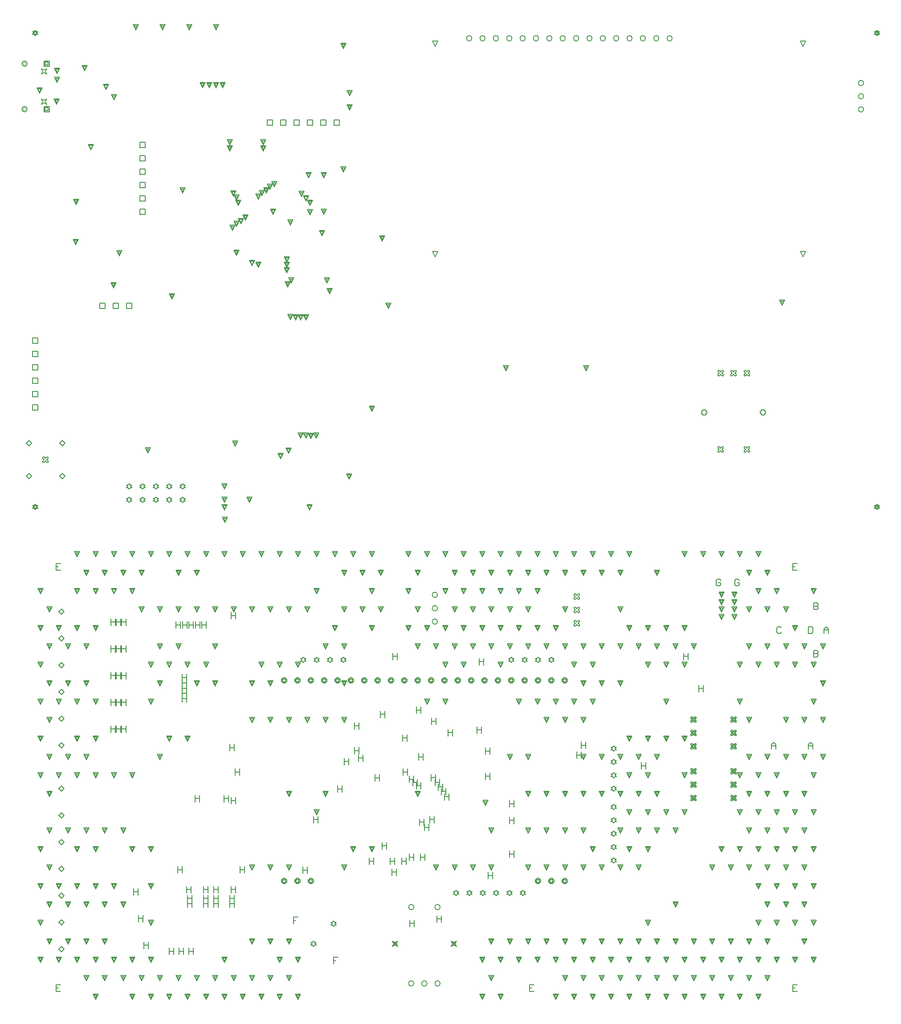
<source format=gbr>
%TF.GenerationSoftware,Altium Limited,Altium Designer,22.5.1 (42)*%
G04 Layer_Color=2752767*
%FSLAX43Y43*%
%MOMM*%
%TF.SameCoordinates,1CDD9A58-554C-4E31-8E55-BAED9532D10C*%
%TF.FilePolarity,Positive*%
%TF.FileFunction,Drawing*%
%TF.Part,CustomerPanel*%
G01*
G75*
%TA.AperFunction,NonConductor*%
%ADD115C,0.127*%
%ADD155C,0.169*%
%ADD156C,0.102*%
D115*
X24272Y141672D02*
Y142688D01*
X25288D01*
Y141672D01*
X24272D01*
X26812D02*
Y142688D01*
X27828D01*
Y141672D01*
X26812D01*
X29352D02*
Y142688D01*
X30368D01*
Y141672D01*
X29352D01*
X88020Y191492D02*
X87512Y192508D01*
X88528D01*
X88020Y191492D01*
Y151492D02*
X87512Y152508D01*
X88528D01*
X88020Y151492D01*
X158020D02*
X157512Y152508D01*
X158528D01*
X158020Y151492D01*
Y191492D02*
X157512Y192508D01*
X158528D01*
X158020Y191492D01*
X40020Y107382D02*
X40274Y107636D01*
X40528D01*
X40274Y107890D01*
X40528Y108144D01*
X40274D01*
X40020Y108398D01*
X39766Y108144D01*
X39512D01*
X39766Y107890D01*
X39512Y107636D01*
X39766D01*
X40020Y107382D01*
Y104842D02*
X40274Y105096D01*
X40528D01*
X40274Y105350D01*
X40528Y105604D01*
X40274D01*
X40020Y105858D01*
X39766Y105604D01*
X39512D01*
X39766Y105350D01*
X39512Y105096D01*
X39766D01*
X40020Y104842D01*
X37480Y107382D02*
X37734Y107636D01*
X37988D01*
X37734Y107890D01*
X37988Y108144D01*
X37734D01*
X37480Y108398D01*
X37226Y108144D01*
X36972D01*
X37226Y107890D01*
X36972Y107636D01*
X37226D01*
X37480Y107382D01*
Y104842D02*
X37734Y105096D01*
X37988D01*
X37734Y105350D01*
X37988Y105604D01*
X37734D01*
X37480Y105858D01*
X37226Y105604D01*
X36972D01*
X37226Y105350D01*
X36972Y105096D01*
X37226D01*
X37480Y104842D01*
X34940D02*
X35194Y105096D01*
X35448D01*
X35194Y105350D01*
X35448Y105604D01*
X35194D01*
X34940Y105858D01*
X34686Y105604D01*
X34432D01*
X34686Y105350D01*
X34432Y105096D01*
X34686D01*
X34940Y104842D01*
Y107382D02*
X35194Y107636D01*
X35448D01*
X35194Y107890D01*
X35448Y108144D01*
X35194D01*
X34940Y108398D01*
X34686Y108144D01*
X34432D01*
X34686Y107890D01*
X34432Y107636D01*
X34686D01*
X34940Y107382D01*
X32400Y104842D02*
X32654Y105096D01*
X32908D01*
X32654Y105350D01*
X32908Y105604D01*
X32654D01*
X32400Y105858D01*
X32146Y105604D01*
X31892D01*
X32146Y105350D01*
X31892Y105096D01*
X32146D01*
X32400Y104842D01*
Y107382D02*
X32654Y107636D01*
X32908D01*
X32654Y107890D01*
X32908Y108144D01*
X32654D01*
X32400Y108398D01*
X32146Y108144D01*
X31892D01*
X32146Y107890D01*
X31892Y107636D01*
X32146D01*
X32400Y107382D01*
X29860Y104842D02*
X30114Y105096D01*
X30368D01*
X30114Y105350D01*
X30368Y105604D01*
X30114D01*
X29860Y105858D01*
X29606Y105604D01*
X29352D01*
X29606Y105350D01*
X29352Y105096D01*
X29606D01*
X29860Y104842D01*
Y107382D02*
X30114Y107636D01*
X30368D01*
X30114Y107890D01*
X30368Y108144D01*
X30114D01*
X29860Y108398D01*
X29606Y108144D01*
X29352D01*
X29606Y107890D01*
X29352Y107636D01*
X29606D01*
X29860Y107382D01*
X13172Y186247D02*
X13426Y186755D01*
X13172Y187263D01*
X13680Y187009D01*
X14188Y187263D01*
X13934Y186755D01*
X14188Y186247D01*
X13680Y186501D01*
X13172Y186247D01*
Y180467D02*
X13426Y180975D01*
X13172Y181483D01*
X13680Y181229D01*
X14188Y181483D01*
X13934Y180975D01*
X14188Y180467D01*
X13680Y180721D01*
X13172Y180467D01*
X150136Y121666D02*
Y121412D01*
X150644D01*
Y121666D01*
X150898D01*
Y122174D01*
X150644D01*
Y122428D01*
X150136D01*
Y122174D01*
X149882D01*
Y121666D01*
X150136D01*
X138936D02*
Y121412D01*
X139444D01*
Y121666D01*
X139698D01*
Y122174D01*
X139444D01*
Y122428D01*
X138936D01*
Y122174D01*
X138682D01*
Y121666D01*
X138936D01*
X146782Y114412D02*
X147036D01*
X147290Y114666D01*
X147544Y114412D01*
X147798D01*
Y114666D01*
X147544Y114920D01*
X147798Y115174D01*
Y115428D01*
X147544D01*
X147290Y115174D01*
X147036Y115428D01*
X146782D01*
Y115174D01*
X147036Y114920D01*
X146782Y114666D01*
Y114412D01*
X141782D02*
X142036D01*
X142290Y114666D01*
X142544Y114412D01*
X142798D01*
Y114666D01*
X142544Y114920D01*
X142798Y115174D01*
Y115428D01*
X142544D01*
X142290Y115174D01*
X142036Y115428D01*
X141782D01*
Y115174D01*
X142036Y114920D01*
X141782Y114666D01*
Y114412D01*
X146782Y128912D02*
X147036D01*
X147290Y129166D01*
X147544Y128912D01*
X147798D01*
Y129166D01*
X147544Y129420D01*
X147798Y129674D01*
Y129928D01*
X147544D01*
X147290Y129674D01*
X147036Y129928D01*
X146782D01*
Y129674D01*
X147036Y129420D01*
X146782Y129166D01*
Y128912D01*
X144282D02*
X144536D01*
X144790Y129166D01*
X145044Y128912D01*
X145298D01*
Y129166D01*
X145044Y129420D01*
X145298Y129674D01*
Y129928D01*
X145044D01*
X144790Y129674D01*
X144536Y129928D01*
X144282D01*
Y129674D01*
X144536Y129420D01*
X144282Y129166D01*
Y128912D01*
X141782D02*
X142036D01*
X142290Y129166D01*
X142544Y128912D01*
X142798D01*
Y129166D01*
X142544Y129420D01*
X142798Y129674D01*
Y129928D01*
X142544D01*
X142290Y129674D01*
X142036Y129928D01*
X141782D01*
Y129674D01*
X142036Y129420D01*
X141782Y129166D01*
Y128912D01*
X11492Y135112D02*
Y136128D01*
X12508D01*
Y135112D01*
X11492D01*
Y132572D02*
Y133588D01*
X12508D01*
Y132572D01*
X11492D01*
Y130032D02*
Y131048D01*
X12508D01*
Y130032D01*
X11492D01*
Y127492D02*
Y128508D01*
X12508D01*
Y127492D01*
X11492D01*
Y124952D02*
Y125968D01*
X12508D01*
Y124952D01*
X11492D01*
Y122412D02*
Y123428D01*
X12508D01*
Y122412D01*
X11492D01*
X10342Y116150D02*
X10850Y116658D01*
X11358Y116150D01*
X10850Y115642D01*
X10342Y116150D01*
Y109850D02*
X10850Y110358D01*
X11358Y109850D01*
X10850Y109342D01*
X10342Y109850D01*
X16642D02*
X17150Y110358D01*
X17658Y109850D01*
X17150Y109342D01*
X16642Y109850D01*
Y116150D02*
X17150Y116658D01*
X17658Y116150D01*
X17150Y115642D01*
X16642Y116150D01*
X13492Y112492D02*
X13746D01*
X14000Y112746D01*
X14254Y112492D01*
X14508D01*
Y112746D01*
X14254Y113000D01*
X14508Y113254D01*
Y113508D01*
X14254D01*
X14000Y113254D01*
X13746Y113508D01*
X13492D01*
Y113254D01*
X13746Y113000D01*
X13492Y112746D01*
Y112492D01*
X31892Y159552D02*
Y160568D01*
X32908D01*
Y159552D01*
X31892D01*
Y162092D02*
Y163108D01*
X32908D01*
Y162092D01*
X31892D01*
Y164632D02*
Y165648D01*
X32908D01*
Y164632D01*
X31892D01*
Y167172D02*
Y168188D01*
X32908D01*
Y167172D01*
X31892D01*
Y169712D02*
Y170728D01*
X32908D01*
Y169712D01*
X31892D01*
Y172252D02*
Y173268D01*
X32908D01*
Y172252D01*
X31892D01*
X68842Y176492D02*
Y177508D01*
X69858D01*
Y176492D01*
X68842D01*
X66302D02*
Y177508D01*
X67318D01*
Y176492D01*
X66302D01*
X63762D02*
Y177508D01*
X64778D01*
Y176492D01*
X63762D01*
X61222D02*
Y177508D01*
X62238D01*
Y176492D01*
X61222D01*
X58682D02*
Y177508D01*
X59698D01*
Y176492D01*
X58682D01*
X56142D02*
Y177508D01*
X57158D01*
Y176492D01*
X56142D01*
X13672Y179037D02*
Y180053D01*
X14688D01*
Y179037D01*
X13672D01*
X13875Y179240D02*
Y179850D01*
X14485D01*
Y179240D01*
X13875D01*
X13672Y187677D02*
Y188693D01*
X14688D01*
Y187677D01*
X13672D01*
X13875Y187880D02*
Y188490D01*
X14485D01*
Y187880D01*
X13875D01*
X154000Y142242D02*
X153492Y143258D01*
X154508D01*
X154000Y142242D01*
Y142445D02*
X153695Y143055D01*
X154305D01*
X154000Y142445D01*
X64270Y159437D02*
X63762Y160453D01*
X64778D01*
X64270Y159437D01*
Y159640D02*
X63965Y160250D01*
X64575D01*
X64270Y159640D01*
X66900Y159542D02*
X66392Y160558D01*
X67408D01*
X66900Y159542D01*
Y159745D02*
X66595Y160355D01*
X67205D01*
X66900Y159745D01*
X19717Y153812D02*
X19209Y154828D01*
X20225D01*
X19717Y153812D01*
Y154015D02*
X19412Y154625D01*
X20022D01*
X19717Y154015D01*
X19781Y161432D02*
X19273Y162448D01*
X20289D01*
X19781Y161432D01*
Y161635D02*
X19476Y162245D01*
X20086D01*
X19781Y161635D01*
X16090Y180492D02*
X15582Y181508D01*
X16598D01*
X16090Y180492D01*
Y180695D02*
X15785Y181305D01*
X16395D01*
X16090Y180695D01*
X51103Y157782D02*
X50595Y158798D01*
X51611D01*
X51103Y157782D01*
Y157985D02*
X50798Y158595D01*
X51408D01*
X51103Y157985D01*
X71770Y182032D02*
X71262Y183048D01*
X72278D01*
X71770Y182032D01*
Y182235D02*
X71465Y182845D01*
X72075D01*
X71770Y182235D01*
X65420Y117019D02*
X64912Y118035D01*
X65928D01*
X65420Y117019D01*
Y117222D02*
X65115Y117831D01*
X65725D01*
X65420Y117222D01*
X64461Y116983D02*
X63953Y117999D01*
X64969D01*
X64461Y116983D01*
Y117186D02*
X64156Y117796D01*
X64765D01*
X64461Y117186D01*
X54433Y162419D02*
X53925Y163435D01*
X54941D01*
X54433Y162419D01*
Y162622D02*
X54128Y163232D01*
X54738D01*
X54433Y162622D01*
X68000Y144492D02*
X67492Y145508D01*
X68508D01*
X68000Y144492D01*
Y144695D02*
X67695Y145305D01*
X68305D01*
X68000Y144695D01*
X62500Y139491D02*
X61992Y140507D01*
X63008D01*
X62500Y139491D01*
Y139694D02*
X62195Y140303D01*
X62805D01*
X62500Y139694D01*
X63500Y139508D02*
X62992Y140524D01*
X64008D01*
X63500Y139508D01*
Y139711D02*
X63195Y140321D01*
X63805D01*
X63500Y139711D01*
X60059Y145787D02*
X59551Y146803D01*
X60567D01*
X60059Y145787D01*
Y145990D02*
X59754Y146600D01*
X60363D01*
X60059Y145990D01*
X60500Y157492D02*
X59992Y158508D01*
X61008D01*
X60500Y157492D01*
Y157695D02*
X60195Y158305D01*
X60805D01*
X60500Y157695D01*
X57250Y159552D02*
X56742Y160568D01*
X57758D01*
X57250Y159552D01*
Y159755D02*
X56945Y160365D01*
X57555D01*
X57250Y159755D01*
X52000Y158492D02*
X51492Y159508D01*
X52508D01*
X52000Y158492D01*
Y158695D02*
X51695Y159305D01*
X52305D01*
X52000Y158695D01*
X50273Y157246D02*
X49765Y158262D01*
X50781D01*
X50273Y157246D01*
Y157450D02*
X49969Y158059D01*
X50578D01*
X50273Y157450D01*
X49500Y156492D02*
X48992Y157508D01*
X50008D01*
X49500Y156492D01*
Y156695D02*
X49195Y157305D01*
X49805D01*
X49500Y156695D01*
X50600Y161270D02*
X50092Y162286D01*
X51108D01*
X50600Y161270D01*
Y161473D02*
X50295Y162083D01*
X50905D01*
X50600Y161473D01*
X50273Y162239D02*
X49765Y163255D01*
X50781D01*
X50273Y162239D01*
Y162442D02*
X49969Y163051D01*
X50578D01*
X50273Y162442D01*
X49721Y163024D02*
X49213Y164040D01*
X50229D01*
X49721Y163024D01*
Y163227D02*
X49417Y163837D01*
X50026D01*
X49721Y163227D01*
X55141Y163067D02*
X54633Y164083D01*
X55649D01*
X55141Y163067D01*
Y163270D02*
X54836Y163880D01*
X55446D01*
X55141Y163270D01*
X56650Y164255D02*
X56142Y165271D01*
X57158D01*
X56650Y164255D01*
Y164458D02*
X56345Y165067D01*
X56955D01*
X56650Y164458D01*
X57446Y164792D02*
X56938Y165808D01*
X57954D01*
X57446Y164792D01*
Y164995D02*
X57141Y165605D01*
X57750D01*
X57446Y164995D01*
X55919Y163630D02*
X55411Y164646D01*
X56427D01*
X55919Y163630D01*
Y163833D02*
X55614Y164442D01*
X56224D01*
X55919Y163833D01*
X27000Y181293D02*
X26492Y182309D01*
X27508D01*
X27000Y181293D01*
Y181496D02*
X26695Y182106D01*
X27305D01*
X27000Y181496D01*
X25479Y183259D02*
X24971Y184275D01*
X25987D01*
X25479Y183259D01*
Y183462D02*
X25174Y184072D01*
X25783D01*
X25479Y183462D01*
X49000Y171592D02*
X48492Y172608D01*
X49508D01*
X49000Y171592D01*
Y171796D02*
X48695Y172405D01*
X49305D01*
X49000Y171796D01*
X49000Y172723D02*
X48492Y173739D01*
X49508D01*
X49000Y172723D01*
Y172926D02*
X48695Y173536D01*
X49305D01*
X49000Y172926D01*
X55395Y171592D02*
X54887Y172608D01*
X55903D01*
X55395Y171592D01*
Y171796D02*
X55091Y172405D01*
X55700D01*
X55395Y171796D01*
Y172723D02*
X54887Y173739D01*
X55903D01*
X55395Y172723D01*
Y172926D02*
X55091Y173536D01*
X55700D01*
X55395Y172926D01*
X71770Y179381D02*
X71262Y180397D01*
X72278D01*
X71770Y179381D01*
Y179585D02*
X71465Y180194D01*
X72075D01*
X71770Y179585D01*
X64270Y161270D02*
X63762Y162286D01*
X64778D01*
X64270Y161270D01*
Y161473D02*
X63965Y162083D01*
X64575D01*
X64270Y161473D01*
X63500Y162092D02*
X62992Y163108D01*
X64008D01*
X63500Y162092D01*
Y162295D02*
X63195Y162905D01*
X63805D01*
X63500Y162295D01*
X62654Y162912D02*
X62146Y163928D01*
X63162D01*
X62654Y162912D01*
Y163115D02*
X62349Y163725D01*
X62959D01*
X62654Y163115D01*
X60170Y114162D02*
X59662Y115178D01*
X60678D01*
X60170Y114162D01*
Y114365D02*
X59865Y114975D01*
X60475D01*
X60170Y114365D01*
X76000Y122162D02*
X75492Y123178D01*
X76508D01*
X76000Y122162D01*
Y122365D02*
X75695Y122975D01*
X76305D01*
X76000Y122365D01*
X71670Y109252D02*
X71162Y110268D01*
X72178D01*
X71670Y109252D01*
Y109455D02*
X71365Y110065D01*
X71975D01*
X71670Y109455D01*
X64170Y103412D02*
X63662Y104428D01*
X64678D01*
X64170Y103412D01*
Y103615D02*
X63865Y104225D01*
X64475D01*
X64170Y103615D01*
X50273Y151777D02*
X49765Y152793D01*
X50781D01*
X50273Y151777D01*
Y151980D02*
X49969Y152590D01*
X50578D01*
X50273Y151980D01*
X54473Y149492D02*
X53965Y150508D01*
X54981D01*
X54473Y149492D01*
Y149695D02*
X54168Y150305D01*
X54778D01*
X54473Y149695D01*
X64000Y166492D02*
X63492Y167508D01*
X64508D01*
X64000Y166492D01*
Y166695D02*
X63695Y167305D01*
X64305D01*
X64000Y166695D01*
X78000Y154492D02*
X77492Y155508D01*
X78508D01*
X78000Y154492D01*
Y154695D02*
X77695Y155305D01*
X78305D01*
X78000Y154695D01*
X52720Y104842D02*
X52212Y105858D01*
X53228D01*
X52720Y104842D01*
Y105045D02*
X52415Y105655D01*
X53025D01*
X52720Y105045D01*
X47995Y107387D02*
X47487Y108403D01*
X48503D01*
X47995Y107387D01*
Y107591D02*
X47690Y108200D01*
X48299D01*
X47995Y107591D01*
X70630Y191072D02*
X70122Y192088D01*
X71138D01*
X70630Y191072D01*
Y191275D02*
X70325Y191885D01*
X70935D01*
X70630Y191275D01*
X58670Y113162D02*
X58162Y114178D01*
X59178D01*
X58670Y113162D01*
Y113365D02*
X58365Y113975D01*
X58975D01*
X58670Y113365D01*
X50000Y115511D02*
X49492Y116527D01*
X50508D01*
X50000Y115511D01*
Y115714D02*
X49695Y116324D01*
X50305D01*
X50000Y115714D01*
X40000Y163586D02*
X39492Y164602D01*
X40508D01*
X40000Y163586D01*
Y163789D02*
X39695Y164399D01*
X40305D01*
X40000Y163789D01*
X59871Y148492D02*
X59363Y149508D01*
X60379D01*
X59871Y148492D01*
Y148695D02*
X59566Y149305D01*
X60176D01*
X59871Y148695D01*
X66500Y155492D02*
X65992Y156508D01*
X67008D01*
X66500Y155492D01*
Y155695D02*
X66195Y156305D01*
X66805D01*
X66500Y155695D01*
X59871Y149492D02*
X59363Y150508D01*
X60379D01*
X59871Y149492D01*
Y149695D02*
X59566Y150305D01*
X60176D01*
X59871Y149695D01*
Y150492D02*
X59363Y151508D01*
X60379D01*
X59871Y150492D01*
Y150695D02*
X59566Y151305D01*
X60176D01*
X59871Y150695D01*
X46408Y194594D02*
X45900Y195610D01*
X46916D01*
X46408Y194594D01*
Y194797D02*
X46104Y195407D01*
X46713D01*
X46408Y194797D01*
X67506Y146500D02*
X66998Y147516D01*
X68014D01*
X67506Y146500D01*
Y146704D02*
X67201Y147313D01*
X67811D01*
X67506Y146704D01*
X60739Y146492D02*
X60231Y147508D01*
X61247D01*
X60739Y146492D01*
Y146695D02*
X60434Y147305D01*
X61044D01*
X60739Y146695D01*
X53250Y149823D02*
X52742Y150839D01*
X53758D01*
X53250Y149823D01*
Y150026D02*
X52945Y150636D01*
X53555D01*
X53250Y150026D01*
X28000Y151644D02*
X27492Y152660D01*
X28508D01*
X28000Y151644D01*
Y151848D02*
X27695Y152457D01*
X28305D01*
X28000Y151848D01*
X26890Y145602D02*
X26382Y146618D01*
X27398D01*
X26890Y145602D01*
Y145805D02*
X26585Y146415D01*
X27195D01*
X26890Y145805D01*
X38000Y143492D02*
X37492Y144508D01*
X38508D01*
X38000Y143492D01*
Y143695D02*
X37695Y144305D01*
X38305D01*
X38000Y143695D01*
X60506Y139553D02*
X59998Y140569D01*
X61014D01*
X60506Y139553D01*
Y139757D02*
X60201Y140366D01*
X60811D01*
X60506Y139757D01*
X43830Y183622D02*
X43322Y184638D01*
X44338D01*
X43830Y183622D01*
Y183825D02*
X43525Y184435D01*
X44135D01*
X43830Y183825D01*
X45100Y183622D02*
X44592Y184638D01*
X45608D01*
X45100Y183622D01*
Y183825D02*
X44795Y184435D01*
X45405D01*
X45100Y183825D01*
X12842Y182583D02*
X12334Y183599D01*
X13350D01*
X12842Y182583D01*
Y182786D02*
X12537Y183396D01*
X13147D01*
X12842Y182786D01*
X16205Y186310D02*
X15697Y187326D01*
X16713D01*
X16205Y186310D01*
Y186513D02*
X15900Y187123D01*
X16509D01*
X16205Y186513D01*
X16199Y184583D02*
X15691Y185599D01*
X16707D01*
X16199Y184583D01*
Y184786D02*
X15894Y185396D01*
X16504D01*
X16199Y184786D01*
X21437Y186818D02*
X20929Y187834D01*
X21945D01*
X21437Y186818D01*
Y187021D02*
X21132Y187631D01*
X21741D01*
X21437Y187021D01*
X22600Y171832D02*
X22092Y172848D01*
X23108D01*
X22600Y171832D01*
Y172035D02*
X22295Y172645D01*
X22905D01*
X22600Y172035D01*
X48030Y104842D02*
X47522Y105858D01*
X48538D01*
X48030Y104842D01*
Y105045D02*
X47725Y105655D01*
X48335D01*
X48030Y105045D01*
Y103412D02*
X47522Y104428D01*
X48538D01*
X48030Y103412D01*
Y103615D02*
X47725Y104225D01*
X48335D01*
X48030Y103615D01*
X48120Y101032D02*
X47612Y102048D01*
X48628D01*
X48120Y101032D01*
Y101235D02*
X47815Y101845D01*
X48425D01*
X48120Y101235D01*
X36210Y194594D02*
X35702Y195610D01*
X36718D01*
X36210Y194594D01*
Y194797D02*
X35905Y195407D01*
X36515D01*
X36210Y194797D01*
X61515Y139491D02*
X61007Y140507D01*
X62023D01*
X61515Y139491D01*
Y139694D02*
X61210Y140303D01*
X61819D01*
X61515Y139694D01*
X70630Y167580D02*
X70122Y168596D01*
X71138D01*
X70630Y167580D01*
Y167783D02*
X70325Y168393D01*
X70935D01*
X70630Y167783D01*
X46408Y183622D02*
X45900Y184638D01*
X46916D01*
X46408Y183622D01*
Y183825D02*
X46104Y184435D01*
X46713D01*
X46408Y183825D01*
X31130Y194594D02*
X30622Y195610D01*
X31638D01*
X31130Y194594D01*
Y194797D02*
X30825Y195407D01*
X31435D01*
X31130Y194797D01*
X41290Y194594D02*
X40782Y195610D01*
X41798D01*
X41290Y194594D01*
Y194797D02*
X40985Y195407D01*
X41595D01*
X41290Y194797D01*
X47640Y183622D02*
X47132Y184638D01*
X48148D01*
X47640Y183622D01*
Y183825D02*
X47335Y184435D01*
X47945D01*
X47640Y183825D01*
X101488Y129802D02*
X100980Y130818D01*
X101996D01*
X101488Y129802D01*
Y130005D02*
X101183Y130615D01*
X101793D01*
X101488Y130005D01*
X116728Y129802D02*
X116220Y130818D01*
X117236D01*
X116728Y129802D01*
Y130005D02*
X116423Y130615D01*
X117033D01*
X116728Y130005D01*
X62500Y117019D02*
X61992Y118035D01*
X63008D01*
X62500Y117019D01*
Y117222D02*
X62195Y117831D01*
X62805D01*
X62500Y117222D01*
X66900Y166492D02*
X66392Y167508D01*
X67408D01*
X66900Y166492D01*
Y166695D02*
X66595Y167305D01*
X67205D01*
X66900Y166695D01*
X63500Y117019D02*
X62992Y118035D01*
X64008D01*
X63500Y117019D01*
Y117222D02*
X63195Y117831D01*
X63805D01*
X63500Y117222D01*
X79136Y141672D02*
X78628Y142688D01*
X79644D01*
X79136Y141672D01*
Y141875D02*
X78831Y142485D01*
X79441D01*
X79136Y141875D01*
X33416Y114240D02*
X32908Y115256D01*
X33924D01*
X33416Y114240D01*
Y114443D02*
X33111Y115053D01*
X33721D01*
X33416Y114443D01*
X172000Y103492D02*
X172254Y103746D01*
X172508D01*
X172254Y104000D01*
X172508Y104254D01*
X172254D01*
X172000Y104508D01*
X171746Y104254D01*
X171492D01*
X171746Y104000D01*
X171492Y103746D01*
X171746D01*
X172000Y103492D01*
Y103695D02*
X172152Y103848D01*
X172305D01*
X172152Y104000D01*
X172305Y104152D01*
X172152D01*
X172000Y104305D01*
X171848Y104152D01*
X171695D01*
X171848Y104000D01*
X171695Y103848D01*
X171848D01*
X172000Y103695D01*
X12000Y103492D02*
X12254Y103746D01*
X12508D01*
X12254Y104000D01*
X12508Y104254D01*
X12254D01*
X12000Y104508D01*
X11746Y104254D01*
X11492D01*
X11746Y104000D01*
X11492Y103746D01*
X11746D01*
X12000Y103492D01*
Y103695D02*
X12152Y103848D01*
X12305D01*
X12152Y104000D01*
X12305Y104152D01*
X12152D01*
X12000Y104305D01*
X11848Y104152D01*
X11695D01*
X11848Y104000D01*
X11695Y103848D01*
X11848D01*
X12000Y103695D01*
Y193492D02*
X12254Y193746D01*
X12508D01*
X12254Y194000D01*
X12508Y194254D01*
X12254D01*
X12000Y194508D01*
X11746Y194254D01*
X11492D01*
X11746Y194000D01*
X11492Y193746D01*
X11746D01*
X12000Y193492D01*
Y193695D02*
X12152Y193848D01*
X12305D01*
X12152Y194000D01*
X12305Y194152D01*
X12152D01*
X12000Y194305D01*
X11848Y194152D01*
X11695D01*
X11848Y194000D01*
X11695Y193848D01*
X11848D01*
X12000Y193695D01*
X172000Y193492D02*
X172254Y193746D01*
X172508D01*
X172254Y194000D01*
X172508Y194254D01*
X172254D01*
X172000Y194508D01*
X171746Y194254D01*
X171492D01*
X171746Y194000D01*
X171492Y193746D01*
X171746D01*
X172000Y193492D01*
Y193695D02*
X172152Y193848D01*
X172305D01*
X172152Y194000D01*
X172305Y194152D01*
X172152D01*
X172000Y194305D01*
X171848Y194152D01*
X171695D01*
X171848Y194000D01*
X171695Y193848D01*
X171848D01*
X172000Y193695D01*
X79892Y20492D02*
X80146Y21000D01*
X79892Y21508D01*
X80400Y21254D01*
X80908Y21508D01*
X80654Y21000D01*
X80908Y20492D01*
X80400Y20746D01*
X79892Y20492D01*
X80095Y20695D02*
X80248Y21000D01*
X80095Y21305D01*
X80400Y21152D01*
X80705Y21305D01*
X80552Y21000D01*
X80705Y20695D01*
X80400Y20848D01*
X80095Y20695D01*
X91092Y20492D02*
X91346Y21000D01*
X91092Y21508D01*
X91600Y21254D01*
X92108Y21508D01*
X91854Y21000D01*
X92108Y20492D01*
X91600Y20746D01*
X91092Y20492D01*
X91295Y20695D02*
X91448Y21000D01*
X91295Y21305D01*
X91600Y21152D01*
X91905Y21305D01*
X91752Y21000D01*
X91905Y20695D01*
X91600Y20848D01*
X91295Y20695D01*
X59076Y32696D02*
Y32442D01*
X59584D01*
Y32696D01*
X59838D01*
Y33204D01*
X59584D01*
Y33458D01*
X59076D01*
Y33204D01*
X58822D01*
Y32696D01*
X59076D01*
X59178Y32798D02*
Y32645D01*
X59482D01*
Y32798D01*
X59635D01*
Y33102D01*
X59482D01*
Y33255D01*
X59178D01*
Y33102D01*
X59025D01*
Y32798D01*
X59178D01*
X64156Y32696D02*
Y32442D01*
X64664D01*
Y32696D01*
X64918D01*
Y33204D01*
X64664D01*
Y33458D01*
X64156D01*
Y33204D01*
X63902D01*
Y32696D01*
X64156D01*
X64258Y32798D02*
Y32645D01*
X64562D01*
Y32798D01*
X64715D01*
Y33102D01*
X64562D01*
Y33255D01*
X64258D01*
Y33102D01*
X64105D01*
Y32798D01*
X64258D01*
X61616Y32696D02*
Y32442D01*
X62124D01*
Y32696D01*
X62378D01*
Y33204D01*
X62124D01*
Y33458D01*
X61616D01*
Y33204D01*
X61362D01*
Y32696D01*
X61616D01*
X61718Y32798D02*
Y32645D01*
X62022D01*
Y32798D01*
X62175D01*
Y33102D01*
X62022D01*
Y33255D01*
X61718D01*
Y33102D01*
X61565D01*
Y32798D01*
X61718D01*
X71776Y70796D02*
Y70542D01*
X72284D01*
Y70796D01*
X72538D01*
Y71304D01*
X72284D01*
Y71558D01*
X71776D01*
Y71304D01*
X71522D01*
Y70796D01*
X71776D01*
X71878Y70898D02*
Y70745D01*
X72182D01*
Y70898D01*
X72335D01*
Y71202D01*
X72182D01*
Y71355D01*
X71878D01*
Y71202D01*
X71725D01*
Y70898D01*
X71878D01*
X81936Y70796D02*
Y70542D01*
X82444D01*
Y70796D01*
X82698D01*
Y71304D01*
X82444D01*
Y71558D01*
X81936D01*
Y71304D01*
X81682D01*
Y70796D01*
X81936D01*
X82038Y70898D02*
Y70745D01*
X82342D01*
Y70898D01*
X82495D01*
Y71202D01*
X82342D01*
Y71355D01*
X82038D01*
Y71202D01*
X81885D01*
Y70898D01*
X82038D01*
X79396Y70796D02*
Y70542D01*
X79904D01*
Y70796D01*
X80158D01*
Y71304D01*
X79904D01*
Y71558D01*
X79396D01*
Y71304D01*
X79142D01*
Y70796D01*
X79396D01*
X79498Y70898D02*
Y70745D01*
X79802D01*
Y70898D01*
X79955D01*
Y71202D01*
X79802D01*
Y71355D01*
X79498D01*
Y71202D01*
X79345D01*
Y70898D01*
X79498D01*
X76856Y70796D02*
Y70542D01*
X77364D01*
Y70796D01*
X77618D01*
Y71304D01*
X77364D01*
Y71558D01*
X76856D01*
Y71304D01*
X76602D01*
Y70796D01*
X76856D01*
X76958Y70898D02*
Y70745D01*
X77262D01*
Y70898D01*
X77415D01*
Y71202D01*
X77262D01*
Y71355D01*
X76958D01*
Y71202D01*
X76805D01*
Y70898D01*
X76958D01*
X74316Y70796D02*
Y70542D01*
X74824D01*
Y70796D01*
X75078D01*
Y71304D01*
X74824D01*
Y71558D01*
X74316D01*
Y71304D01*
X74062D01*
Y70796D01*
X74316D01*
X74418Y70898D02*
Y70745D01*
X74722D01*
Y70898D01*
X74875D01*
Y71202D01*
X74722D01*
Y71355D01*
X74418D01*
Y71202D01*
X74265D01*
Y70898D01*
X74418D01*
X69236Y70796D02*
Y70542D01*
X69744D01*
Y70796D01*
X69998D01*
Y71304D01*
X69744D01*
Y71558D01*
X69236D01*
Y71304D01*
X68982D01*
Y70796D01*
X69236D01*
X69338Y70898D02*
Y70745D01*
X69642D01*
Y70898D01*
X69795D01*
Y71202D01*
X69642D01*
Y71355D01*
X69338D01*
Y71202D01*
X69185D01*
Y70898D01*
X69338D01*
X66696Y70796D02*
Y70542D01*
X67204D01*
Y70796D01*
X67458D01*
Y71304D01*
X67204D01*
Y71558D01*
X66696D01*
Y71304D01*
X66442D01*
Y70796D01*
X66696D01*
X66798Y70898D02*
Y70745D01*
X67102D01*
Y70898D01*
X67255D01*
Y71202D01*
X67102D01*
Y71355D01*
X66798D01*
Y71202D01*
X66645D01*
Y70898D01*
X66798D01*
X64156Y70796D02*
Y70542D01*
X64664D01*
Y70796D01*
X64918D01*
Y71304D01*
X64664D01*
Y71558D01*
X64156D01*
Y71304D01*
X63902D01*
Y70796D01*
X64156D01*
X64258Y70898D02*
Y70745D01*
X64562D01*
Y70898D01*
X64715D01*
Y71202D01*
X64562D01*
Y71355D01*
X64258D01*
Y71202D01*
X64105D01*
Y70898D01*
X64258D01*
X61616Y70796D02*
Y70542D01*
X62124D01*
Y70796D01*
X62378D01*
Y71304D01*
X62124D01*
Y71558D01*
X61616D01*
Y71304D01*
X61362D01*
Y70796D01*
X61616D01*
X61718Y70898D02*
Y70745D01*
X62022D01*
Y70898D01*
X62175D01*
Y71202D01*
X62022D01*
Y71355D01*
X61718D01*
Y71202D01*
X61565D01*
Y70898D01*
X61718D01*
X59076Y70796D02*
Y70542D01*
X59584D01*
Y70796D01*
X59838D01*
Y71304D01*
X59584D01*
Y71558D01*
X59076D01*
Y71304D01*
X58822D01*
Y70796D01*
X59076D01*
X59178Y70898D02*
Y70745D01*
X59482D01*
Y70898D01*
X59635D01*
Y71202D01*
X59482D01*
Y71355D01*
X59178D01*
Y71202D01*
X59025D01*
Y70898D01*
X59178D01*
X112416Y32696D02*
Y32442D01*
X112924D01*
Y32696D01*
X113178D01*
Y33204D01*
X112924D01*
Y33458D01*
X112416D01*
Y33204D01*
X112162D01*
Y32696D01*
X112416D01*
X112518Y32798D02*
Y32645D01*
X112822D01*
Y32798D01*
X112975D01*
Y33102D01*
X112822D01*
Y33255D01*
X112518D01*
Y33102D01*
X112365D01*
Y32798D01*
X112518D01*
X109876Y32696D02*
Y32442D01*
X110384D01*
Y32696D01*
X110638D01*
Y33204D01*
X110384D01*
Y33458D01*
X109876D01*
Y33204D01*
X109622D01*
Y32696D01*
X109876D01*
X109978Y32798D02*
Y32645D01*
X110282D01*
Y32798D01*
X110435D01*
Y33102D01*
X110282D01*
Y33255D01*
X109978D01*
Y33102D01*
X109825D01*
Y32798D01*
X109978D01*
X107336Y32696D02*
Y32442D01*
X107844D01*
Y32696D01*
X108098D01*
Y33204D01*
X107844D01*
Y33458D01*
X107336D01*
Y33204D01*
X107082D01*
Y32696D01*
X107336D01*
X107438Y32798D02*
Y32645D01*
X107742D01*
Y32798D01*
X107895D01*
Y33102D01*
X107742D01*
Y33255D01*
X107438D01*
Y33102D01*
X107285D01*
Y32798D01*
X107438D01*
X84476Y70796D02*
Y70542D01*
X84984D01*
Y70796D01*
X85238D01*
Y71304D01*
X84984D01*
Y71558D01*
X84476D01*
Y71304D01*
X84222D01*
Y70796D01*
X84476D01*
X84578Y70898D02*
Y70745D01*
X84882D01*
Y70898D01*
X85035D01*
Y71202D01*
X84882D01*
Y71355D01*
X84578D01*
Y71202D01*
X84425D01*
Y70898D01*
X84578D01*
X112416Y70796D02*
Y70542D01*
X112924D01*
Y70796D01*
X113178D01*
Y71304D01*
X112924D01*
Y71558D01*
X112416D01*
Y71304D01*
X112162D01*
Y70796D01*
X112416D01*
X112518Y70898D02*
Y70745D01*
X112822D01*
Y70898D01*
X112975D01*
Y71202D01*
X112822D01*
Y71355D01*
X112518D01*
Y71202D01*
X112365D01*
Y70898D01*
X112518D01*
X99716Y70796D02*
Y70542D01*
X100224D01*
Y70796D01*
X100478D01*
Y71304D01*
X100224D01*
Y71558D01*
X99716D01*
Y71304D01*
X99462D01*
Y70796D01*
X99716D01*
X99818Y70898D02*
Y70745D01*
X100122D01*
Y70898D01*
X100275D01*
Y71202D01*
X100122D01*
Y71355D01*
X99818D01*
Y71202D01*
X99665D01*
Y70898D01*
X99818D01*
X94636Y70796D02*
Y70542D01*
X95144D01*
Y70796D01*
X95398D01*
Y71304D01*
X95144D01*
Y71558D01*
X94636D01*
Y71304D01*
X94382D01*
Y70796D01*
X94636D01*
X94738Y70898D02*
Y70745D01*
X95042D01*
Y70898D01*
X95195D01*
Y71202D01*
X95042D01*
Y71355D01*
X94738D01*
Y71202D01*
X94585D01*
Y70898D01*
X94738D01*
X92096Y70796D02*
Y70542D01*
X92604D01*
Y70796D01*
X92858D01*
Y71304D01*
X92604D01*
Y71558D01*
X92096D01*
Y71304D01*
X91842D01*
Y70796D01*
X92096D01*
X92198Y70898D02*
Y70745D01*
X92502D01*
Y70898D01*
X92655D01*
Y71202D01*
X92502D01*
Y71355D01*
X92198D01*
Y71202D01*
X92045D01*
Y70898D01*
X92198D01*
X89556Y70796D02*
Y70542D01*
X90064D01*
Y70796D01*
X90318D01*
Y71304D01*
X90064D01*
Y71558D01*
X89556D01*
Y71304D01*
X89302D01*
Y70796D01*
X89556D01*
X89658Y70898D02*
Y70745D01*
X89962D01*
Y70898D01*
X90115D01*
Y71202D01*
X89962D01*
Y71355D01*
X89658D01*
Y71202D01*
X89505D01*
Y70898D01*
X89658D01*
X87016Y70796D02*
Y70542D01*
X87524D01*
Y70796D01*
X87778D01*
Y71304D01*
X87524D01*
Y71558D01*
X87016D01*
Y71304D01*
X86762D01*
Y70796D01*
X87016D01*
X87118Y70898D02*
Y70745D01*
X87422D01*
Y70898D01*
X87575D01*
Y71202D01*
X87422D01*
Y71355D01*
X87118D01*
Y71202D01*
X86965D01*
Y70898D01*
X87118D01*
X102256Y70796D02*
Y70542D01*
X102764D01*
Y70796D01*
X103018D01*
Y71304D01*
X102764D01*
Y71558D01*
X102256D01*
Y71304D01*
X102002D01*
Y70796D01*
X102256D01*
X102358Y70898D02*
Y70745D01*
X102662D01*
Y70898D01*
X102815D01*
Y71202D01*
X102662D01*
Y71355D01*
X102358D01*
Y71202D01*
X102205D01*
Y70898D01*
X102358D01*
X104796Y70796D02*
Y70542D01*
X105304D01*
Y70796D01*
X105558D01*
Y71304D01*
X105304D01*
Y71558D01*
X104796D01*
Y71304D01*
X104542D01*
Y70796D01*
X104796D01*
X104898Y70898D02*
Y70745D01*
X105202D01*
Y70898D01*
X105355D01*
Y71202D01*
X105202D01*
Y71355D01*
X104898D01*
Y71202D01*
X104745D01*
Y70898D01*
X104898D01*
X107336Y70796D02*
Y70542D01*
X107844D01*
Y70796D01*
X108098D01*
Y71304D01*
X107844D01*
Y71558D01*
X107336D01*
Y71304D01*
X107082D01*
Y70796D01*
X107336D01*
X107438Y70898D02*
Y70745D01*
X107742D01*
Y70898D01*
X107895D01*
Y71202D01*
X107742D01*
Y71355D01*
X107438D01*
Y71202D01*
X107285D01*
Y70898D01*
X107438D01*
X97176Y70796D02*
Y70542D01*
X97684D01*
Y70796D01*
X97938D01*
Y71304D01*
X97684D01*
Y71558D01*
X97176D01*
Y71304D01*
X96922D01*
Y70796D01*
X97176D01*
X97278Y70898D02*
Y70745D01*
X97582D01*
Y70898D01*
X97735D01*
Y71202D01*
X97582D01*
Y71355D01*
X97278D01*
Y71202D01*
X97125D01*
Y70898D01*
X97278D01*
X109876Y70796D02*
Y70542D01*
X110384D01*
Y70796D01*
X110638D01*
Y71304D01*
X110384D01*
Y71558D01*
X109876D01*
Y71304D01*
X109622D01*
Y70796D01*
X109876D01*
X109978Y70898D02*
Y70745D01*
X110282D01*
Y70898D01*
X110435D01*
Y71202D01*
X110282D01*
Y71355D01*
X109978D01*
Y71202D01*
X109825D01*
Y70898D01*
X109978D01*
X136682Y63132D02*
X136936D01*
X137190Y63386D01*
X137444Y63132D01*
X137698D01*
Y63386D01*
X137444Y63640D01*
X137698Y63894D01*
Y64148D01*
X137444D01*
X137190Y63894D01*
X136936Y64148D01*
X136682D01*
Y63894D01*
X136936Y63640D01*
X136682Y63386D01*
Y63132D01*
X136885Y63335D02*
X137038D01*
X137190Y63488D01*
X137342Y63335D01*
X137495D01*
Y63488D01*
X137342Y63640D01*
X137495Y63792D01*
Y63945D01*
X137342D01*
X137190Y63792D01*
X137038Y63945D01*
X136885D01*
Y63792D01*
X137038Y63640D01*
X136885Y63488D01*
Y63335D01*
X136682Y60592D02*
X136936D01*
X137190Y60846D01*
X137444Y60592D01*
X137698D01*
Y60846D01*
X137444Y61100D01*
X137698Y61354D01*
Y61608D01*
X137444D01*
X137190Y61354D01*
X136936Y61608D01*
X136682D01*
Y61354D01*
X136936Y61100D01*
X136682Y60846D01*
Y60592D01*
X136885Y60795D02*
X137038D01*
X137190Y60948D01*
X137342Y60795D01*
X137495D01*
Y60948D01*
X137342Y61100D01*
X137495Y61252D01*
Y61405D01*
X137342D01*
X137190Y61252D01*
X137038Y61405D01*
X136885D01*
Y61252D01*
X137038Y61100D01*
X136885Y60948D01*
Y60795D01*
X136682Y58052D02*
X136936D01*
X137190Y58306D01*
X137444Y58052D01*
X137698D01*
Y58306D01*
X137444Y58560D01*
X137698Y58814D01*
Y59068D01*
X137444D01*
X137190Y58814D01*
X136936Y59068D01*
X136682D01*
Y58814D01*
X136936Y58560D01*
X136682Y58306D01*
Y58052D01*
X136885Y58255D02*
X137038D01*
X137190Y58408D01*
X137342Y58255D01*
X137495D01*
Y58408D01*
X137342Y58560D01*
X137495Y58712D01*
Y58865D01*
X137342D01*
X137190Y58712D01*
X137038Y58865D01*
X136885D01*
Y58712D01*
X137038Y58560D01*
X136885Y58408D01*
Y58255D01*
X144302Y58052D02*
X144556D01*
X144810Y58306D01*
X145064Y58052D01*
X145318D01*
Y58306D01*
X145064Y58560D01*
X145318Y58814D01*
Y59068D01*
X145064D01*
X144810Y58814D01*
X144556Y59068D01*
X144302D01*
Y58814D01*
X144556Y58560D01*
X144302Y58306D01*
Y58052D01*
X144505Y58255D02*
X144658D01*
X144810Y58408D01*
X144962Y58255D01*
X145115D01*
Y58408D01*
X144962Y58560D01*
X145115Y58712D01*
Y58865D01*
X144962D01*
X144810Y58712D01*
X144658Y58865D01*
X144505D01*
Y58712D01*
X144658Y58560D01*
X144505Y58408D01*
Y58255D01*
X144302Y60592D02*
X144556D01*
X144810Y60846D01*
X145064Y60592D01*
X145318D01*
Y60846D01*
X145064Y61100D01*
X145318Y61354D01*
Y61608D01*
X145064D01*
X144810Y61354D01*
X144556Y61608D01*
X144302D01*
Y61354D01*
X144556Y61100D01*
X144302Y60846D01*
Y60592D01*
X144505Y60795D02*
X144658D01*
X144810Y60948D01*
X144962Y60795D01*
X145115D01*
Y60948D01*
X144962Y61100D01*
X145115Y61252D01*
Y61405D01*
X144962D01*
X144810Y61252D01*
X144658Y61405D01*
X144505D01*
Y61252D01*
X144658Y61100D01*
X144505Y60948D01*
Y60795D01*
X144302Y63132D02*
X144556D01*
X144810Y63386D01*
X145064Y63132D01*
X145318D01*
Y63386D01*
X145064Y63640D01*
X145318Y63894D01*
Y64148D01*
X145064D01*
X144810Y63894D01*
X144556Y64148D01*
X144302D01*
Y63894D01*
X144556Y63640D01*
X144302Y63386D01*
Y63132D01*
X144505Y63335D02*
X144658D01*
X144810Y63488D01*
X144962Y63335D01*
X145115D01*
Y63488D01*
X144962Y63640D01*
X145115Y63792D01*
Y63945D01*
X144962D01*
X144810Y63792D01*
X144658Y63945D01*
X144505D01*
Y63792D01*
X144658Y63640D01*
X144505Y63488D01*
Y63335D01*
X159000Y58000D02*
Y58846D01*
X159423Y59270D01*
X159846Y58846D01*
Y58000D01*
Y58635D01*
X159000D01*
X152000Y58000D02*
Y58846D01*
X152423Y59270D01*
X152846Y58846D01*
Y58000D01*
Y58635D01*
X152000D01*
X160000Y76770D02*
Y75500D01*
X160635D01*
X160846Y75712D01*
Y75923D01*
X160635Y76135D01*
X160000D01*
X160635D01*
X160846Y76346D01*
Y76558D01*
X160635Y76770D01*
X160000D01*
X162000Y80000D02*
Y80846D01*
X162423Y81270D01*
X162846Y80846D01*
Y80000D01*
Y80635D01*
X162000D01*
X153846Y81058D02*
X153635Y81270D01*
X153212D01*
X153000Y81058D01*
Y80212D01*
X153212Y80000D01*
X153635D01*
X153846Y80212D01*
X159000Y81270D02*
Y80000D01*
X159635D01*
X159846Y80212D01*
Y81058D01*
X159635Y81270D01*
X159000D01*
X160000Y85770D02*
Y84500D01*
X160635D01*
X160846Y84712D01*
Y84923D01*
X160635Y85135D01*
X160000D01*
X160635D01*
X160846Y85346D01*
Y85558D01*
X160635Y85770D01*
X160000D01*
X16492Y20000D02*
X17000Y20508D01*
X17508Y20000D01*
X17000Y19492D01*
X16492Y20000D01*
Y25080D02*
X17000Y25588D01*
X17508Y25080D01*
X17000Y24572D01*
X16492Y25080D01*
Y35240D02*
X17000Y35748D01*
X17508Y35240D01*
X17000Y34732D01*
X16492Y35240D01*
Y45400D02*
X17000Y45908D01*
X17508Y45400D01*
X17000Y44892D01*
X16492Y45400D01*
Y50480D02*
X17000Y50988D01*
X17508Y50480D01*
X17000Y49972D01*
X16492Y50480D01*
Y40320D02*
X17000Y40828D01*
X17508Y40320D01*
X17000Y39812D01*
X16492Y40320D01*
Y30160D02*
X17000Y30668D01*
X17508Y30160D01*
X17000Y29652D01*
X16492Y30160D01*
X68080Y74492D02*
X68334Y74746D01*
X68588D01*
X68334Y75000D01*
X68588Y75254D01*
X68334D01*
X68080Y75508D01*
X67826Y75254D01*
X67572D01*
X67826Y75000D01*
X67572Y74746D01*
X67826D01*
X68080Y74492D01*
X70620D02*
X70874Y74746D01*
X71128D01*
X70874Y75000D01*
X71128Y75254D01*
X70874D01*
X70620Y75508D01*
X70366Y75254D01*
X70112D01*
X70366Y75000D01*
X70112Y74746D01*
X70366D01*
X70620Y74492D01*
X65540D02*
X65794Y74746D01*
X66048D01*
X65794Y75000D01*
X66048Y75254D01*
X65794D01*
X65540Y75508D01*
X65286Y75254D01*
X65032D01*
X65286Y75000D01*
X65032Y74746D01*
X65286D01*
X65540Y74492D01*
X63000D02*
X63254Y74746D01*
X63508D01*
X63254Y75000D01*
X63508Y75254D01*
X63254D01*
X63000Y75508D01*
X62746Y75254D01*
X62492D01*
X62746Y75000D01*
X62492Y74746D01*
X62746D01*
X63000Y74492D01*
X107590D02*
X107844Y74746D01*
X108098D01*
X107844Y75000D01*
X108098Y75254D01*
X107844D01*
X107590Y75508D01*
X107336Y75254D01*
X107082D01*
X107336Y75000D01*
X107082Y74746D01*
X107336D01*
X107590Y74492D01*
X110130D02*
X110384Y74746D01*
X110638D01*
X110384Y75000D01*
X110638Y75254D01*
X110384D01*
X110130Y75508D01*
X109876Y75254D01*
X109622D01*
X109876Y75000D01*
X109622Y74746D01*
X109876D01*
X110130Y74492D01*
X105050D02*
X105304Y74746D01*
X105558D01*
X105304Y75000D01*
X105558Y75254D01*
X105304D01*
X105050Y75508D01*
X104796Y75254D01*
X104542D01*
X104796Y75000D01*
X104542Y74746D01*
X104796D01*
X105050Y74492D01*
X102510D02*
X102764Y74746D01*
X103018D01*
X102764Y75000D01*
X103018Y75254D01*
X102764D01*
X102510Y75508D01*
X102256Y75254D01*
X102002D01*
X102256Y75000D01*
X102002Y74746D01*
X102256D01*
X102510Y74492D01*
X106846Y13270D02*
X106000D01*
Y12000D01*
X106846D01*
X106000Y12635D02*
X106423D01*
X136682Y53332D02*
X136936D01*
X137190Y53586D01*
X137444Y53332D01*
X137698D01*
Y53586D01*
X137444Y53840D01*
X137698Y54094D01*
Y54348D01*
X137444D01*
X137190Y54094D01*
X136936Y54348D01*
X136682D01*
Y54094D01*
X136936Y53840D01*
X136682Y53586D01*
Y53332D01*
X136885Y53535D02*
X137038D01*
X137190Y53688D01*
X137342Y53535D01*
X137495D01*
Y53688D01*
X137342Y53840D01*
X137495Y53992D01*
Y54145D01*
X137342D01*
X137190Y53992D01*
X137038Y54145D01*
X136885D01*
Y53992D01*
X137038Y53840D01*
X136885Y53688D01*
Y53535D01*
X136682Y50792D02*
X136936D01*
X137190Y51046D01*
X137444Y50792D01*
X137698D01*
Y51046D01*
X137444Y51300D01*
X137698Y51554D01*
Y51808D01*
X137444D01*
X137190Y51554D01*
X136936Y51808D01*
X136682D01*
Y51554D01*
X136936Y51300D01*
X136682Y51046D01*
Y50792D01*
X136885Y50995D02*
X137038D01*
X137190Y51148D01*
X137342Y50995D01*
X137495D01*
Y51148D01*
X137342Y51300D01*
X137495Y51452D01*
Y51605D01*
X137342D01*
X137190Y51452D01*
X137038Y51605D01*
X136885D01*
Y51452D01*
X137038Y51300D01*
X136885Y51148D01*
Y50995D01*
X136682Y48252D02*
X136936D01*
X137190Y48506D01*
X137444Y48252D01*
X137698D01*
Y48506D01*
X137444Y48760D01*
X137698Y49014D01*
Y49268D01*
X137444D01*
X137190Y49014D01*
X136936Y49268D01*
X136682D01*
Y49014D01*
X136936Y48760D01*
X136682Y48506D01*
Y48252D01*
X136885Y48455D02*
X137038D01*
X137190Y48608D01*
X137342Y48455D01*
X137495D01*
Y48608D01*
X137342Y48760D01*
X137495Y48912D01*
Y49065D01*
X137342D01*
X137190Y48912D01*
X137038Y49065D01*
X136885D01*
Y48912D01*
X137038Y48760D01*
X136885Y48608D01*
Y48455D01*
X144302Y48252D02*
X144556D01*
X144810Y48506D01*
X145064Y48252D01*
X145318D01*
Y48506D01*
X145064Y48760D01*
X145318Y49014D01*
Y49268D01*
X145064D01*
X144810Y49014D01*
X144556Y49268D01*
X144302D01*
Y49014D01*
X144556Y48760D01*
X144302Y48506D01*
Y48252D01*
X144505Y48455D02*
X144658D01*
X144810Y48608D01*
X144962Y48455D01*
X145115D01*
Y48608D01*
X144962Y48760D01*
X145115Y48912D01*
Y49065D01*
X144962D01*
X144810Y48912D01*
X144658Y49065D01*
X144505D01*
Y48912D01*
X144658Y48760D01*
X144505Y48608D01*
Y48455D01*
X144302Y50792D02*
X144556D01*
X144810Y51046D01*
X145064Y50792D01*
X145318D01*
Y51046D01*
X145064Y51300D01*
X145318Y51554D01*
Y51808D01*
X145064D01*
X144810Y51554D01*
X144556Y51808D01*
X144302D01*
Y51554D01*
X144556Y51300D01*
X144302Y51046D01*
Y50792D01*
X144505Y50995D02*
X144658D01*
X144810Y51148D01*
X144962Y50995D01*
X145115D01*
Y51148D01*
X144962Y51300D01*
X145115Y51452D01*
Y51605D01*
X144962D01*
X144810Y51452D01*
X144658Y51605D01*
X144505D01*
Y51452D01*
X144658Y51300D01*
X144505Y51148D01*
Y50995D01*
X144302Y53332D02*
X144556D01*
X144810Y53586D01*
X145064Y53332D01*
X145318D01*
Y53586D01*
X145064Y53840D01*
X145318Y54094D01*
Y54348D01*
X145064D01*
X144810Y54094D01*
X144556Y54348D01*
X144302D01*
Y54094D01*
X144556Y53840D01*
X144302Y53586D01*
Y53332D01*
X144505Y53535D02*
X144658D01*
X144810Y53688D01*
X144962Y53535D01*
X145115D01*
Y53688D01*
X144962Y53840D01*
X145115Y53992D01*
Y54145D01*
X144962D01*
X144810Y53992D01*
X144658Y54145D01*
X144505D01*
Y53992D01*
X144658Y53840D01*
X144505Y53688D01*
Y53535D01*
X64900Y20492D02*
X65154Y20746D01*
X65408D01*
X65154Y21000D01*
X65408Y21254D01*
X65154D01*
X64900Y21508D01*
X64646Y21254D01*
X64392D01*
X64646Y21000D01*
X64392Y20746D01*
X64646D01*
X64900Y20492D01*
X68710Y24302D02*
X68964Y24556D01*
X69218D01*
X68964Y24810D01*
X69218Y25064D01*
X68964D01*
X68710Y25318D01*
X68456Y25064D01*
X68202D01*
X68456Y24810D01*
X68202Y24556D01*
X68456D01*
X68710Y24302D01*
X61936Y26080D02*
X61090D01*
Y25445D01*
X61513D01*
X61090D01*
Y24810D01*
X69556Y18460D02*
X68710D01*
Y17825D01*
X69133D01*
X68710D01*
Y17190D01*
X92000Y30192D02*
X92254Y30446D01*
X92508D01*
X92254Y30700D01*
X92508Y30954D01*
X92254D01*
X92000Y31208D01*
X91746Y30954D01*
X91492D01*
X91746Y30700D01*
X91492Y30446D01*
X91746D01*
X92000Y30192D01*
X94540D02*
X94794Y30446D01*
X95048D01*
X94794Y30700D01*
X95048Y30954D01*
X94794D01*
X94540Y31208D01*
X94286Y30954D01*
X94032D01*
X94286Y30700D01*
X94032Y30446D01*
X94286D01*
X94540Y30192D01*
X99620D02*
X99874Y30446D01*
X100128D01*
X99874Y30700D01*
X100128Y30954D01*
X99874D01*
X99620Y31208D01*
X99366Y30954D01*
X99112D01*
X99366Y30700D01*
X99112Y30446D01*
X99366D01*
X99620Y30192D01*
X104700D02*
X104954Y30446D01*
X105208D01*
X104954Y30700D01*
X105208Y30954D01*
X104954D01*
X104700Y31208D01*
X104446Y30954D01*
X104192D01*
X104446Y30700D01*
X104192Y30446D01*
X104446D01*
X104700Y30192D01*
X102160D02*
X102414Y30446D01*
X102668D01*
X102414Y30700D01*
X102668Y30954D01*
X102414D01*
X102160Y31208D01*
X101906Y30954D01*
X101652D01*
X101906Y30700D01*
X101652Y30446D01*
X101906D01*
X102160Y30192D01*
X97080D02*
X97334Y30446D01*
X97588D01*
X97334Y30700D01*
X97588Y30954D01*
X97334D01*
X97080Y31208D01*
X96826Y30954D01*
X96572D01*
X96826Y30700D01*
X96572Y30446D01*
X96826D01*
X97080Y30192D01*
X16492Y58700D02*
X17000Y59208D01*
X17508Y58700D01*
X17000Y58192D01*
X16492Y58700D01*
Y63780D02*
X17000Y64288D01*
X17508Y63780D01*
X17000Y63272D01*
X16492Y63780D01*
Y73940D02*
X17000Y74448D01*
X17508Y73940D01*
X17000Y73432D01*
X16492Y73940D01*
Y84100D02*
X17000Y84608D01*
X17508Y84100D01*
X17000Y83592D01*
X16492Y84100D01*
Y79020D02*
X17000Y79528D01*
X17508Y79020D01*
X17000Y78512D01*
X16492Y79020D01*
Y68860D02*
X17000Y69368D01*
X17508Y68860D01*
X17000Y68352D01*
X16492Y68860D01*
X16846Y93270D02*
X16000D01*
Y92000D01*
X16846D01*
X16000Y92635D02*
X16423D01*
X114492Y81412D02*
X114746D01*
X115000Y81666D01*
X115254Y81412D01*
X115508D01*
Y81666D01*
X115254Y81920D01*
X115508Y82174D01*
Y82428D01*
X115254D01*
X115000Y82174D01*
X114746Y82428D01*
X114492D01*
Y82174D01*
X114746Y81920D01*
X114492Y81666D01*
Y81412D01*
Y83952D02*
X114746D01*
X115000Y84206D01*
X115254Y83952D01*
X115508D01*
Y84206D01*
X115254Y84460D01*
X115508Y84714D01*
Y84968D01*
X115254D01*
X115000Y84714D01*
X114746Y84968D01*
X114492D01*
Y84714D01*
X114746Y84460D01*
X114492Y84206D01*
Y83952D01*
Y86492D02*
X114746D01*
X115000Y86746D01*
X115254Y86492D01*
X115508D01*
Y86746D01*
X115254Y87000D01*
X115508Y87254D01*
Y87508D01*
X115254D01*
X115000Y87254D01*
X114746Y87508D01*
X114492D01*
Y87254D01*
X114746Y87000D01*
X114492Y86746D01*
Y86492D01*
X142346Y90058D02*
X142135Y90270D01*
X141712D01*
X141500Y90058D01*
Y89212D01*
X141712Y89000D01*
X142135D01*
X142346Y89212D01*
Y89635D01*
X141923D01*
X145846Y90058D02*
X145635Y90270D01*
X145212D01*
X145000Y90058D01*
Y89212D01*
X145212Y89000D01*
X145635D01*
X145846Y89212D01*
Y89635D01*
X145423D01*
X156846Y93270D02*
X156000D01*
Y92000D01*
X156846D01*
X156000Y92635D02*
X156423D01*
X16846Y13270D02*
X16000D01*
Y12000D01*
X16846D01*
X16000Y12635D02*
X16423D01*
X156846Y13270D02*
X156000D01*
Y12000D01*
X156846D01*
X156000Y12635D02*
X156423D01*
X122000Y41412D02*
X122254Y41666D01*
X122508D01*
X122254Y41920D01*
X122508Y42174D01*
X122254D01*
X122000Y42428D01*
X121746Y42174D01*
X121492D01*
X121746Y41920D01*
X121492Y41666D01*
X121746D01*
X122000Y41412D01*
Y36332D02*
X122254Y36586D01*
X122508D01*
X122254Y36840D01*
X122508Y37094D01*
X122254D01*
X122000Y37348D01*
X121746Y37094D01*
X121492D01*
X121746Y36840D01*
X121492Y36586D01*
X121746D01*
X122000Y36332D01*
Y38872D02*
X122254Y39126D01*
X122508D01*
X122254Y39380D01*
X122508Y39634D01*
X122254D01*
X122000Y39888D01*
X121746Y39634D01*
X121492D01*
X121746Y39380D01*
X121492Y39126D01*
X121746D01*
X122000Y38872D01*
Y43952D02*
X122254Y44206D01*
X122508D01*
X122254Y44460D01*
X122508Y44714D01*
X122254D01*
X122000Y44968D01*
X121746Y44714D01*
X121492D01*
X121746Y44460D01*
X121492Y44206D01*
X121746D01*
X122000Y43952D01*
Y46492D02*
X122254Y46746D01*
X122508D01*
X122254Y47000D01*
X122508Y47254D01*
X122254D01*
X122000Y47508D01*
X121746Y47254D01*
X121492D01*
X121746Y47000D01*
X121492Y46746D01*
X121746D01*
X122000Y46492D01*
Y57612D02*
X122254Y57866D01*
X122508D01*
X122254Y58120D01*
X122508Y58374D01*
X122254D01*
X122000Y58628D01*
X121746Y58374D01*
X121492D01*
X121746Y58120D01*
X121492Y57866D01*
X121746D01*
X122000Y57612D01*
Y55072D02*
X122254Y55326D01*
X122508D01*
X122254Y55580D01*
X122508Y55834D01*
X122254D01*
X122000Y56088D01*
X121746Y55834D01*
X121492D01*
X121746Y55580D01*
X121492Y55326D01*
X121746D01*
X122000Y55072D01*
Y49992D02*
X122254Y50246D01*
X122508D01*
X122254Y50500D01*
X122508Y50754D01*
X122254D01*
X122000Y51008D01*
X121746Y50754D01*
X121492D01*
X121746Y50500D01*
X121492Y50246D01*
X121746D01*
X122000Y49992D01*
Y52532D02*
X122254Y52786D01*
X122508D01*
X122254Y53040D01*
X122508Y53294D01*
X122254D01*
X122000Y53548D01*
X121746Y53294D01*
X121492D01*
X121746Y53040D01*
X121492Y52786D01*
X121746D01*
X122000Y52532D01*
X49000Y29270D02*
Y28000D01*
Y28635D01*
X49846D01*
Y29270D01*
Y28000D01*
X46000Y29270D02*
Y28000D01*
Y28635D01*
X46846D01*
Y29270D01*
Y28000D01*
X44050Y29270D02*
Y28000D01*
Y28635D01*
X44896D01*
Y29270D01*
Y28000D01*
X40952Y29270D02*
Y28000D01*
Y28635D01*
X41798D01*
Y29270D01*
Y28000D01*
X144974Y85412D02*
X144466Y86428D01*
X145482D01*
X144974Y85412D01*
Y85616D02*
X144669Y86225D01*
X145278D01*
X144974Y85616D01*
Y86832D02*
X144466Y87848D01*
X145482D01*
X144974Y86832D01*
Y87035D02*
X144669Y87645D01*
X145278D01*
X144974Y87035D01*
Y83993D02*
X144466Y85009D01*
X145482D01*
X144974Y83993D01*
Y84196D02*
X144669Y84805D01*
X145278D01*
X144974Y84196D01*
Y82573D02*
X144466Y83589D01*
X145482D01*
X144974Y82573D01*
Y82776D02*
X144669Y83386D01*
X145278D01*
X144974Y82776D01*
X142500Y82573D02*
X141992Y83589D01*
X143008D01*
X142500Y82573D01*
Y82776D02*
X142195Y83386D01*
X142805D01*
X142500Y82776D01*
Y83993D02*
X141992Y85009D01*
X143008D01*
X142500Y83993D01*
Y84196D02*
X142195Y84805D01*
X142805D01*
X142500Y84196D01*
Y86832D02*
X141992Y87848D01*
X143008D01*
X142500Y86832D01*
Y87035D02*
X142195Y87645D01*
X142805D01*
X142500Y87035D01*
Y85412D02*
X141992Y86428D01*
X143008D01*
X142500Y85412D01*
Y85616D02*
X142195Y86225D01*
X142805D01*
X142500Y85616D01*
X97600Y47253D02*
X97092Y48269D01*
X98108D01*
X97600Y47253D01*
Y47456D02*
X97295Y48066D01*
X97905D01*
X97600Y47456D01*
X149500Y94492D02*
X148992Y95508D01*
X150008D01*
X149500Y94492D01*
Y94695D02*
X149195Y95305D01*
X149805D01*
X149500Y94695D01*
X151250Y90992D02*
X150742Y92008D01*
X151758D01*
X151250Y90992D01*
Y91195D02*
X150945Y91805D01*
X151555D01*
X151250Y91195D01*
X146000Y94492D02*
X145492Y95508D01*
X146508D01*
X146000Y94492D01*
Y94695D02*
X145695Y95305D01*
X146305D01*
X146000Y94695D01*
X147750Y90992D02*
X147242Y92008D01*
X148258D01*
X147750Y90992D01*
Y91195D02*
X147445Y91805D01*
X148055D01*
X147750Y91195D01*
X142500Y94492D02*
X141992Y95508D01*
X143008D01*
X142500Y94492D01*
Y94695D02*
X142195Y95305D01*
X142805D01*
X142500Y94695D01*
X139000Y94492D02*
X138492Y95508D01*
X139508D01*
X139000Y94492D01*
Y94695D02*
X138695Y95305D01*
X139305D01*
X139000Y94695D01*
X135500Y94492D02*
X134992Y95508D01*
X136008D01*
X135500Y94492D01*
Y94695D02*
X135195Y95305D01*
X135805D01*
X135500Y94695D01*
Y80492D02*
X134992Y81508D01*
X136008D01*
X135500Y80492D01*
Y80695D02*
X135195Y81305D01*
X135805D01*
X135500Y80695D01*
X137250Y76992D02*
X136742Y78008D01*
X137758D01*
X137250Y76992D01*
Y77195D02*
X136945Y77805D01*
X137555D01*
X137250Y77195D01*
X135500Y73492D02*
X134992Y74508D01*
X136008D01*
X135500Y73492D01*
Y73695D02*
X135195Y74305D01*
X135805D01*
X135500Y73695D01*
Y59492D02*
X134992Y60508D01*
X136008D01*
X135500Y59492D01*
Y59695D02*
X135195Y60305D01*
X135805D01*
X135500Y59695D01*
Y52492D02*
X134992Y53508D01*
X136008D01*
X135500Y52492D01*
Y52695D02*
X135195Y53305D01*
X135805D01*
X135500Y52695D01*
Y45492D02*
X134992Y46508D01*
X136008D01*
X135500Y45492D01*
Y45695D02*
X135195Y46305D01*
X135805D01*
X135500Y45695D01*
X132000Y80492D02*
X131492Y81508D01*
X132508D01*
X132000Y80492D01*
Y80695D02*
X131695Y81305D01*
X132305D01*
X132000Y80695D01*
X133750Y76992D02*
X133242Y78008D01*
X134258D01*
X133750Y76992D01*
Y77195D02*
X133445Y77805D01*
X134055D01*
X133750Y77195D01*
X132000Y73492D02*
X131492Y74508D01*
X132508D01*
X132000Y73492D01*
Y73695D02*
X131695Y74305D01*
X132305D01*
X132000Y73695D01*
Y66492D02*
X131492Y67508D01*
X132508D01*
X132000Y66492D01*
Y66695D02*
X131695Y67305D01*
X132305D01*
X132000Y66695D01*
Y59492D02*
X131492Y60508D01*
X132508D01*
X132000Y59492D01*
Y59695D02*
X131695Y60305D01*
X132305D01*
X132000Y59695D01*
Y45492D02*
X131492Y46508D01*
X132508D01*
X132000Y45492D01*
Y45695D02*
X131695Y46305D01*
X132305D01*
X132000Y45695D01*
X133750Y41992D02*
X133242Y43008D01*
X134258D01*
X133750Y41992D01*
Y42195D02*
X133445Y42805D01*
X134055D01*
X133750Y42195D01*
X130250Y90992D02*
X129742Y92008D01*
X130758D01*
X130250Y90992D01*
Y91195D02*
X129945Y91805D01*
X130555D01*
X130250Y91195D01*
X128500Y80492D02*
X127992Y81508D01*
X129008D01*
X128500Y80492D01*
Y80695D02*
X128195Y81305D01*
X128805D01*
X128500Y80695D01*
X130250Y76992D02*
X129742Y78008D01*
X130758D01*
X130250Y76992D01*
Y77195D02*
X129945Y77805D01*
X130555D01*
X130250Y77195D01*
X128500Y73492D02*
X127992Y74508D01*
X129008D01*
X128500Y73492D01*
Y73695D02*
X128195Y74305D01*
X128805D01*
X128500Y73695D01*
Y59492D02*
X127992Y60508D01*
X129008D01*
X128500Y59492D01*
Y59695D02*
X128195Y60305D01*
X128805D01*
X128500Y59695D01*
X130250Y55992D02*
X129742Y57008D01*
X130758D01*
X130250Y55992D01*
Y56195D02*
X129945Y56805D01*
X130555D01*
X130250Y56195D01*
X128500Y52492D02*
X127992Y53508D01*
X129008D01*
X128500Y52492D01*
Y52695D02*
X128195Y53305D01*
X128805D01*
X128500Y52695D01*
X130250Y48992D02*
X129742Y50008D01*
X130758D01*
X130250Y48992D01*
Y49195D02*
X129945Y49805D01*
X130555D01*
X130250Y49195D01*
X128500Y45492D02*
X127992Y46508D01*
X129008D01*
X128500Y45492D01*
Y45695D02*
X128195Y46305D01*
X128805D01*
X128500Y45695D01*
X130250Y41992D02*
X129742Y43008D01*
X130758D01*
X130250Y41992D01*
Y42195D02*
X129945Y42805D01*
X130555D01*
X130250Y42195D01*
X128500Y38492D02*
X127992Y39508D01*
X129008D01*
X128500Y38492D01*
Y38695D02*
X128195Y39305D01*
X128805D01*
X128500Y38695D01*
X125000Y94492D02*
X124492Y95508D01*
X125508D01*
X125000Y94492D01*
Y94695D02*
X124695Y95305D01*
X125305D01*
X125000Y94695D01*
Y80492D02*
X124492Y81508D01*
X125508D01*
X125000Y80492D01*
Y80695D02*
X124695Y81305D01*
X125305D01*
X125000Y80695D01*
X126750Y76992D02*
X126242Y78008D01*
X127258D01*
X126750Y76992D01*
Y77195D02*
X126445Y77805D01*
X127055D01*
X126750Y77195D01*
X125000Y59492D02*
X124492Y60508D01*
X125508D01*
X125000Y59492D01*
Y59695D02*
X124695Y60305D01*
X125305D01*
X125000Y59695D01*
X126750Y55992D02*
X126242Y57008D01*
X127258D01*
X126750Y55992D01*
Y56195D02*
X126445Y56805D01*
X127055D01*
X126750Y56195D01*
X125000Y52492D02*
X124492Y53508D01*
X125508D01*
X125000Y52492D01*
Y52695D02*
X124695Y53305D01*
X125305D01*
X125000Y52695D01*
X126750Y48992D02*
X126242Y50008D01*
X127258D01*
X126750Y48992D01*
Y49195D02*
X126445Y49805D01*
X127055D01*
X126750Y49195D01*
X125000Y45492D02*
X124492Y46508D01*
X125508D01*
X125000Y45492D01*
Y45695D02*
X124695Y46305D01*
X125305D01*
X125000Y45695D01*
X126750Y41992D02*
X126242Y43008D01*
X127258D01*
X126750Y41992D01*
Y42195D02*
X126445Y42805D01*
X127055D01*
X126750Y42195D01*
X125000Y38492D02*
X124492Y39508D01*
X125508D01*
X125000Y38492D01*
Y38695D02*
X124695Y39305D01*
X125305D01*
X125000Y38695D01*
X126750Y34992D02*
X126242Y36008D01*
X127258D01*
X126750Y34992D01*
Y35195D02*
X126445Y35805D01*
X127055D01*
X126750Y35195D01*
X121500Y94492D02*
X120992Y95508D01*
X122008D01*
X121500Y94492D01*
Y94695D02*
X121195Y95305D01*
X121805D01*
X121500Y94695D01*
X123250Y90992D02*
X122742Y92008D01*
X123758D01*
X123250Y90992D01*
Y91195D02*
X122945Y91805D01*
X123555D01*
X123250Y91195D01*
Y83992D02*
X122742Y85008D01*
X123758D01*
X123250Y83992D01*
Y84195D02*
X122945Y84805D01*
X123555D01*
X123250Y84195D01*
Y76992D02*
X122742Y78008D01*
X123758D01*
X123250Y76992D01*
Y77195D02*
X122945Y77805D01*
X123555D01*
X123250Y77195D01*
Y69992D02*
X122742Y71008D01*
X123758D01*
X123250Y69992D01*
Y70195D02*
X122945Y70805D01*
X123555D01*
X123250Y70195D01*
Y55992D02*
X122742Y57008D01*
X123758D01*
X123250Y55992D01*
Y56195D02*
X122945Y56805D01*
X123555D01*
X123250Y56195D01*
Y48992D02*
X122742Y50008D01*
X123758D01*
X123250Y48992D01*
Y49195D02*
X122945Y49805D01*
X123555D01*
X123250Y49195D01*
Y41992D02*
X122742Y43008D01*
X123758D01*
X123250Y41992D01*
Y42195D02*
X122945Y42805D01*
X123555D01*
X123250Y42195D01*
Y34992D02*
X122742Y36008D01*
X123758D01*
X123250Y34992D01*
Y35195D02*
X122945Y35805D01*
X123555D01*
X123250Y35195D01*
X118000Y94492D02*
X117492Y95508D01*
X118508D01*
X118000Y94492D01*
Y94695D02*
X117695Y95305D01*
X118305D01*
X118000Y94695D01*
X119750Y90992D02*
X119242Y92008D01*
X120258D01*
X119750Y90992D01*
Y91195D02*
X119445Y91805D01*
X120055D01*
X119750Y91195D01*
Y76992D02*
X119242Y78008D01*
X120258D01*
X119750Y76992D01*
Y77195D02*
X119445Y77805D01*
X120055D01*
X119750Y77195D01*
X118000Y73492D02*
X117492Y74508D01*
X118508D01*
X118000Y73492D01*
Y73695D02*
X117695Y74305D01*
X118305D01*
X118000Y73695D01*
X119750Y69992D02*
X119242Y71008D01*
X120258D01*
X119750Y69992D01*
Y70195D02*
X119445Y70805D01*
X120055D01*
X119750Y70195D01*
X118000Y66492D02*
X117492Y67508D01*
X118508D01*
X118000Y66492D01*
Y66695D02*
X117695Y67305D01*
X118305D01*
X118000Y66695D01*
X119750Y55992D02*
X119242Y57008D01*
X120258D01*
X119750Y55992D01*
Y56195D02*
X119445Y56805D01*
X120055D01*
X119750Y56195D01*
Y48992D02*
X119242Y50008D01*
X120258D01*
X119750Y48992D01*
Y49195D02*
X119445Y49805D01*
X120055D01*
X119750Y49195D01*
X118000Y38492D02*
X117492Y39508D01*
X118508D01*
X118000Y38492D01*
Y38695D02*
X117695Y39305D01*
X118305D01*
X118000Y38695D01*
X119750Y34992D02*
X119242Y36008D01*
X120258D01*
X119750Y34992D01*
Y35195D02*
X119445Y35805D01*
X120055D01*
X119750Y35195D01*
X114500Y94492D02*
X113992Y95508D01*
X115008D01*
X114500Y94492D01*
Y94695D02*
X114195Y95305D01*
X114805D01*
X114500Y94695D01*
X116250Y90992D02*
X115742Y92008D01*
X116758D01*
X116250Y90992D01*
Y91195D02*
X115945Y91805D01*
X116555D01*
X116250Y91195D01*
Y76992D02*
X115742Y78008D01*
X116758D01*
X116250Y76992D01*
Y77195D02*
X115945Y77805D01*
X116555D01*
X116250Y77195D01*
X114500Y73492D02*
X113992Y74508D01*
X115008D01*
X114500Y73492D01*
Y73695D02*
X114195Y74305D01*
X114805D01*
X114500Y73695D01*
X116250Y69992D02*
X115742Y71008D01*
X116758D01*
X116250Y69992D01*
Y70195D02*
X115945Y70805D01*
X116555D01*
X116250Y70195D01*
X114500Y66492D02*
X113992Y67508D01*
X115008D01*
X114500Y66492D01*
Y66695D02*
X114195Y67305D01*
X114805D01*
X114500Y66695D01*
X116250Y62992D02*
X115742Y64008D01*
X116758D01*
X116250Y62992D01*
Y63195D02*
X115945Y63805D01*
X116555D01*
X116250Y63195D01*
Y55992D02*
X115742Y57008D01*
X116758D01*
X116250Y55992D01*
Y56195D02*
X115945Y56805D01*
X116555D01*
X116250Y56195D01*
Y48992D02*
X115742Y50008D01*
X116758D01*
X116250Y48992D01*
Y49195D02*
X115945Y49805D01*
X116555D01*
X116250Y49195D01*
Y41992D02*
X115742Y43008D01*
X116758D01*
X116250Y41992D01*
Y42195D02*
X115945Y42805D01*
X116555D01*
X116250Y42195D01*
Y34992D02*
X115742Y36008D01*
X116758D01*
X116250Y34992D01*
Y35195D02*
X115945Y35805D01*
X116555D01*
X116250Y35195D01*
X111000Y94492D02*
X110492Y95508D01*
X111508D01*
X111000Y94492D01*
Y94695D02*
X110695Y95305D01*
X111305D01*
X111000Y94695D01*
X112750Y90992D02*
X112242Y92008D01*
X113258D01*
X112750Y90992D01*
Y91195D02*
X112445Y91805D01*
X113055D01*
X112750Y91195D01*
Y83992D02*
X112242Y85008D01*
X113258D01*
X112750Y83992D01*
Y84195D02*
X112445Y84805D01*
X113055D01*
X112750Y84195D01*
X111000Y80492D02*
X110492Y81508D01*
X111508D01*
X111000Y80492D01*
Y80695D02*
X110695Y81305D01*
X111305D01*
X111000Y80695D01*
X112750Y76992D02*
X112242Y78008D01*
X113258D01*
X112750Y76992D01*
Y77195D02*
X112445Y77805D01*
X113055D01*
X112750Y77195D01*
X111000Y66492D02*
X110492Y67508D01*
X111508D01*
X111000Y66492D01*
Y66695D02*
X110695Y67305D01*
X111305D01*
X111000Y66695D01*
X112750Y62992D02*
X112242Y64008D01*
X113258D01*
X112750Y62992D01*
Y63195D02*
X112445Y63805D01*
X113055D01*
X112750Y63195D01*
Y48992D02*
X112242Y50008D01*
X113258D01*
X112750Y48992D01*
Y49195D02*
X112445Y49805D01*
X113055D01*
X112750Y49195D01*
Y41992D02*
X112242Y43008D01*
X113258D01*
X112750Y41992D01*
Y42195D02*
X112445Y42805D01*
X113055D01*
X112750Y42195D01*
Y34992D02*
X112242Y36008D01*
X113258D01*
X112750Y34992D01*
Y35195D02*
X112445Y35805D01*
X113055D01*
X112750Y35195D01*
X107500Y94492D02*
X106992Y95508D01*
X108008D01*
X107500Y94492D01*
Y94695D02*
X107195Y95305D01*
X107805D01*
X107500Y94695D01*
X109250Y90992D02*
X108742Y92008D01*
X109758D01*
X109250Y90992D01*
Y91195D02*
X108945Y91805D01*
X109555D01*
X109250Y91195D01*
X107500Y87492D02*
X106992Y88508D01*
X108008D01*
X107500Y87492D01*
Y87695D02*
X107195Y88305D01*
X107805D01*
X107500Y87695D01*
Y80492D02*
X106992Y81508D01*
X108008D01*
X107500Y80492D01*
Y80695D02*
X107195Y81305D01*
X107805D01*
X107500Y80695D01*
X109250Y76992D02*
X108742Y78008D01*
X109758D01*
X109250Y76992D01*
Y77195D02*
X108945Y77805D01*
X109555D01*
X109250Y77195D01*
X107500Y66492D02*
X106992Y67508D01*
X108008D01*
X107500Y66492D01*
Y66695D02*
X107195Y67305D01*
X107805D01*
X107500Y66695D01*
X109250Y62992D02*
X108742Y64008D01*
X109758D01*
X109250Y62992D01*
Y63195D02*
X108945Y63805D01*
X109555D01*
X109250Y63195D01*
Y48992D02*
X108742Y50008D01*
X109758D01*
X109250Y48992D01*
Y49195D02*
X108945Y49805D01*
X109555D01*
X109250Y49195D01*
Y41992D02*
X108742Y43008D01*
X109758D01*
X109250Y41992D01*
Y42195D02*
X108945Y42805D01*
X109555D01*
X109250Y42195D01*
Y34992D02*
X108742Y36008D01*
X109758D01*
X109250Y34992D01*
Y35195D02*
X108945Y35805D01*
X109555D01*
X109250Y35195D01*
X104000Y94492D02*
X103492Y95508D01*
X104508D01*
X104000Y94492D01*
Y94695D02*
X103695Y95305D01*
X104305D01*
X104000Y94695D01*
X105750Y90992D02*
X105242Y92008D01*
X106258D01*
X105750Y90992D01*
Y91195D02*
X105445Y91805D01*
X106055D01*
X105750Y91195D01*
X104000Y87492D02*
X103492Y88508D01*
X104508D01*
X104000Y87492D01*
Y87695D02*
X103695Y88305D01*
X104305D01*
X104000Y87695D01*
X105750Y83992D02*
X105242Y85008D01*
X106258D01*
X105750Y83992D01*
Y84195D02*
X105445Y84805D01*
X106055D01*
X105750Y84195D01*
X104000Y80492D02*
X103492Y81508D01*
X104508D01*
X104000Y80492D01*
Y80695D02*
X103695Y81305D01*
X104305D01*
X104000Y80695D01*
X105750Y76992D02*
X105242Y78008D01*
X106258D01*
X105750Y76992D01*
Y77195D02*
X105445Y77805D01*
X106055D01*
X105750Y77195D01*
X104000Y66492D02*
X103492Y67508D01*
X104508D01*
X104000Y66492D01*
Y66695D02*
X103695Y67305D01*
X104305D01*
X104000Y66695D01*
X105750Y55992D02*
X105242Y57008D01*
X106258D01*
X105750Y55992D01*
Y56195D02*
X105445Y56805D01*
X106055D01*
X105750Y56195D01*
Y48992D02*
X105242Y50008D01*
X106258D01*
X105750Y48992D01*
Y49195D02*
X105445Y49805D01*
X106055D01*
X105750Y49195D01*
Y41992D02*
X105242Y43008D01*
X106258D01*
X105750Y41992D01*
Y42195D02*
X105445Y42805D01*
X106055D01*
X105750Y42195D01*
Y34992D02*
X105242Y36008D01*
X106258D01*
X105750Y34992D01*
Y35195D02*
X105445Y35805D01*
X106055D01*
X105750Y35195D01*
X100500Y94492D02*
X99992Y95508D01*
X101008D01*
X100500Y94492D01*
Y94695D02*
X100195Y95305D01*
X100805D01*
X100500Y94695D01*
X102250Y90992D02*
X101742Y92008D01*
X102758D01*
X102250Y90992D01*
Y91195D02*
X101945Y91805D01*
X102555D01*
X102250Y91195D01*
X100500Y87492D02*
X99992Y88508D01*
X101008D01*
X100500Y87492D01*
Y87695D02*
X100195Y88305D01*
X100805D01*
X100500Y87695D01*
X102250Y83992D02*
X101742Y85008D01*
X102758D01*
X102250Y83992D01*
Y84195D02*
X101945Y84805D01*
X102555D01*
X102250Y84195D01*
X100500Y80492D02*
X99992Y81508D01*
X101008D01*
X100500Y80492D01*
Y80695D02*
X100195Y81305D01*
X100805D01*
X100500Y80695D01*
X102250Y76992D02*
X101742Y78008D01*
X102758D01*
X102250Y76992D01*
Y77195D02*
X101945Y77805D01*
X102555D01*
X102250Y77195D01*
X100500Y73492D02*
X99992Y74508D01*
X101008D01*
X100500Y73492D01*
Y73695D02*
X100195Y74305D01*
X100805D01*
X100500Y73695D01*
X102250Y55992D02*
X101742Y57008D01*
X102758D01*
X102250Y55992D01*
Y56195D02*
X101945Y56805D01*
X102555D01*
X102250Y56195D01*
X97000Y94492D02*
X96492Y95508D01*
X97508D01*
X97000Y94492D01*
Y94695D02*
X96695Y95305D01*
X97305D01*
X97000Y94695D01*
X98750Y90992D02*
X98242Y92008D01*
X99258D01*
X98750Y90992D01*
Y91195D02*
X98445Y91805D01*
X99055D01*
X98750Y91195D01*
X97000Y87492D02*
X96492Y88508D01*
X97508D01*
X97000Y87492D01*
Y87695D02*
X96695Y88305D01*
X97305D01*
X97000Y87695D01*
X98750Y83992D02*
X98242Y85008D01*
X99258D01*
X98750Y83992D01*
Y84195D02*
X98445Y84805D01*
X99055D01*
X98750Y84195D01*
X97000Y80492D02*
X96492Y81508D01*
X97508D01*
X97000Y80492D01*
Y80695D02*
X96695Y81305D01*
X97305D01*
X97000Y80695D01*
X98750Y76992D02*
X98242Y78008D01*
X99258D01*
X98750Y76992D01*
Y77195D02*
X98445Y77805D01*
X99055D01*
X98750Y77195D01*
Y41992D02*
X98242Y43008D01*
X99258D01*
X98750Y41992D01*
Y42195D02*
X98445Y42805D01*
X99055D01*
X98750Y42195D01*
Y34992D02*
X98242Y36008D01*
X99258D01*
X98750Y34992D01*
Y35195D02*
X98445Y35805D01*
X99055D01*
X98750Y35195D01*
X93500Y94492D02*
X92992Y95508D01*
X94008D01*
X93500Y94492D01*
Y94695D02*
X93195Y95305D01*
X93805D01*
X93500Y94695D01*
X95250Y90992D02*
X94742Y92008D01*
X95758D01*
X95250Y90992D01*
Y91195D02*
X94945Y91805D01*
X95555D01*
X95250Y91195D01*
X93500Y87492D02*
X92992Y88508D01*
X94008D01*
X93500Y87492D01*
Y87695D02*
X93195Y88305D01*
X93805D01*
X93500Y87695D01*
X95250Y83992D02*
X94742Y85008D01*
X95758D01*
X95250Y83992D01*
Y84195D02*
X94945Y84805D01*
X95555D01*
X95250Y84195D01*
X93500Y80492D02*
X92992Y81508D01*
X94008D01*
X93500Y80492D01*
Y80695D02*
X93195Y81305D01*
X93805D01*
X93500Y80695D01*
X95250Y76992D02*
X94742Y78008D01*
X95758D01*
X95250Y76992D01*
Y77195D02*
X94945Y77805D01*
X95555D01*
X95250Y77195D01*
X93500Y73492D02*
X92992Y74508D01*
X94008D01*
X93500Y73492D01*
Y73695D02*
X93195Y74305D01*
X93805D01*
X93500Y73695D01*
X95250Y34992D02*
X94742Y36008D01*
X95758D01*
X95250Y34992D01*
Y35195D02*
X94945Y35805D01*
X95555D01*
X95250Y35195D01*
X90000Y94492D02*
X89492Y95508D01*
X90508D01*
X90000Y94492D01*
Y94695D02*
X89695Y95305D01*
X90305D01*
X90000Y94695D01*
X91750Y90992D02*
X91242Y92008D01*
X92258D01*
X91750Y90992D01*
Y91195D02*
X91445Y91805D01*
X92055D01*
X91750Y91195D01*
X90000Y87492D02*
X89492Y88508D01*
X90508D01*
X90000Y87492D01*
Y87695D02*
X89695Y88305D01*
X90305D01*
X90000Y87695D01*
X91750Y83992D02*
X91242Y85008D01*
X92258D01*
X91750Y83992D01*
Y84195D02*
X91445Y84805D01*
X92055D01*
X91750Y84195D01*
X90000Y80492D02*
X89492Y81508D01*
X90508D01*
X90000Y80492D01*
Y80695D02*
X89695Y81305D01*
X90305D01*
X90000Y80695D01*
X91750Y76992D02*
X91242Y78008D01*
X92258D01*
X91750Y76992D01*
Y77195D02*
X91445Y77805D01*
X92055D01*
X91750Y77195D01*
X90000Y73492D02*
X89492Y74508D01*
X90508D01*
X90000Y73492D01*
Y73695D02*
X89695Y74305D01*
X90305D01*
X90000Y73695D01*
Y66492D02*
X89492Y67508D01*
X90508D01*
X90000Y66492D01*
Y66695D02*
X89695Y67305D01*
X90305D01*
X90000Y66695D01*
X91750Y34992D02*
X91242Y36008D01*
X92258D01*
X91750Y34992D01*
Y35195D02*
X91445Y35805D01*
X92055D01*
X91750Y35195D01*
X86500Y94492D02*
X85992Y95508D01*
X87008D01*
X86500Y94492D01*
Y94695D02*
X86195Y95305D01*
X86805D01*
X86500Y94695D01*
Y80492D02*
X85992Y81508D01*
X87008D01*
X86500Y80492D01*
Y80695D02*
X86195Y81305D01*
X86805D01*
X86500Y80695D01*
X88250Y76992D02*
X87742Y78008D01*
X88758D01*
X88250Y76992D01*
Y77195D02*
X87945Y77805D01*
X88555D01*
X88250Y77195D01*
X86500Y66492D02*
X85992Y67508D01*
X87008D01*
X86500Y66492D01*
Y66695D02*
X86195Y67305D01*
X86805D01*
X86500Y66695D01*
X88250Y34992D02*
X87742Y36008D01*
X88758D01*
X88250Y34992D01*
Y35195D02*
X87945Y35805D01*
X88555D01*
X88250Y35195D01*
X83000Y94492D02*
X82492Y95508D01*
X83508D01*
X83000Y94492D01*
Y94695D02*
X82695Y95305D01*
X83305D01*
X83000Y94695D01*
X84750Y90992D02*
X84242Y92008D01*
X85258D01*
X84750Y90992D01*
Y91195D02*
X84445Y91805D01*
X85055D01*
X84750Y91195D01*
X83000Y87492D02*
X82492Y88508D01*
X83508D01*
X83000Y87492D01*
Y87695D02*
X82695Y88305D01*
X83305D01*
X83000Y87695D01*
X84750Y83992D02*
X84242Y85008D01*
X85258D01*
X84750Y83992D01*
Y84195D02*
X84445Y84805D01*
X85055D01*
X84750Y84195D01*
X83000Y80492D02*
X82492Y81508D01*
X83508D01*
X83000Y80492D01*
Y80695D02*
X82695Y81305D01*
X83305D01*
X83000Y80695D01*
X84750Y76992D02*
X84242Y78008D01*
X85258D01*
X84750Y76992D01*
Y77195D02*
X84445Y77805D01*
X85055D01*
X84750Y77195D01*
Y48992D02*
X84242Y50008D01*
X85258D01*
X84750Y48992D01*
Y49195D02*
X84445Y49805D01*
X85055D01*
X84750Y49195D01*
X76000Y94492D02*
X75492Y95508D01*
X76508D01*
X76000Y94492D01*
Y94695D02*
X75695Y95305D01*
X76305D01*
X76000Y94695D01*
X77750Y90992D02*
X77242Y92008D01*
X78258D01*
X77750Y90992D01*
Y91195D02*
X77445Y91805D01*
X78055D01*
X77750Y91195D01*
X76000Y87492D02*
X75492Y88508D01*
X76508D01*
X76000Y87492D01*
Y87695D02*
X75695Y88305D01*
X76305D01*
X76000Y87695D01*
X77750Y83992D02*
X77242Y85008D01*
X78258D01*
X77750Y83992D01*
Y84195D02*
X77445Y84805D01*
X78055D01*
X77750Y84195D01*
X76000Y80492D02*
X75492Y81508D01*
X76508D01*
X76000Y80492D01*
Y80695D02*
X75695Y81305D01*
X76305D01*
X76000Y80695D01*
Y38492D02*
X75492Y39508D01*
X76508D01*
X76000Y38492D01*
Y38695D02*
X75695Y39305D01*
X76305D01*
X76000Y38695D01*
X72500Y94492D02*
X71992Y95508D01*
X73008D01*
X72500Y94492D01*
Y94695D02*
X72195Y95305D01*
X72805D01*
X72500Y94695D01*
X74250Y90992D02*
X73742Y92008D01*
X74758D01*
X74250Y90992D01*
Y91195D02*
X73945Y91805D01*
X74555D01*
X74250Y91195D01*
Y83992D02*
X73742Y85008D01*
X74758D01*
X74250Y83992D01*
Y84195D02*
X73945Y84805D01*
X74555D01*
X74250Y84195D01*
X72500Y38492D02*
X71992Y39508D01*
X73008D01*
X72500Y38492D01*
Y38695D02*
X72195Y39305D01*
X72805D01*
X72500Y38695D01*
X69000Y94492D02*
X68492Y95508D01*
X69508D01*
X69000Y94492D01*
Y94695D02*
X68695Y95305D01*
X69305D01*
X69000Y94695D01*
X70750Y90992D02*
X70242Y92008D01*
X71258D01*
X70750Y90992D01*
Y91195D02*
X70445Y91805D01*
X71055D01*
X70750Y91195D01*
Y83992D02*
X70242Y85008D01*
X71258D01*
X70750Y83992D01*
Y84195D02*
X70445Y84805D01*
X71055D01*
X70750Y84195D01*
X69000Y80492D02*
X68492Y81508D01*
X69508D01*
X69000Y80492D01*
Y80695D02*
X68695Y81305D01*
X69305D01*
X69000Y80695D01*
X70750Y76992D02*
X70242Y78008D01*
X71258D01*
X70750Y76992D01*
Y77195D02*
X70445Y77805D01*
X71055D01*
X70750Y77195D01*
Y69992D02*
X70242Y71008D01*
X71258D01*
X70750Y69992D01*
Y70195D02*
X70445Y70805D01*
X71055D01*
X70750Y70195D01*
Y62992D02*
X70242Y64008D01*
X71258D01*
X70750Y62992D01*
Y63195D02*
X70445Y63805D01*
X71055D01*
X70750Y63195D01*
Y34992D02*
X70242Y36008D01*
X71258D01*
X70750Y34992D01*
Y35195D02*
X70445Y35805D01*
X71055D01*
X70750Y35195D01*
X65500Y94492D02*
X64992Y95508D01*
X66008D01*
X65500Y94492D01*
Y94695D02*
X65195Y95305D01*
X65805D01*
X65500Y94695D01*
Y87492D02*
X64992Y88508D01*
X66008D01*
X65500Y87492D01*
Y87695D02*
X65195Y88305D01*
X65805D01*
X65500Y87695D01*
X67250Y76992D02*
X66742Y78008D01*
X67758D01*
X67250Y76992D01*
Y77195D02*
X66945Y77805D01*
X67555D01*
X67250Y77195D01*
Y62992D02*
X66742Y64008D01*
X67758D01*
X67250Y62992D01*
Y63195D02*
X66945Y63805D01*
X67555D01*
X67250Y63195D01*
Y48992D02*
X66742Y50008D01*
X67758D01*
X67250Y48992D01*
Y49195D02*
X66945Y49805D01*
X67555D01*
X67250Y49195D01*
X65500Y45492D02*
X64992Y46508D01*
X66008D01*
X65500Y45492D01*
Y45695D02*
X65195Y46305D01*
X65805D01*
X65500Y45695D01*
X62000Y94492D02*
X61492Y95508D01*
X62508D01*
X62000Y94492D01*
Y94695D02*
X61695Y95305D01*
X62305D01*
X62000Y94695D01*
X63750Y83992D02*
X63242Y85008D01*
X64258D01*
X63750Y83992D01*
Y84195D02*
X63445Y84805D01*
X64055D01*
X63750Y84195D01*
X62000Y73492D02*
X61492Y74508D01*
X62508D01*
X62000Y73492D01*
Y73695D02*
X61695Y74305D01*
X62305D01*
X62000Y73695D01*
X63750Y62992D02*
X63242Y64008D01*
X64258D01*
X63750Y62992D01*
Y63195D02*
X63445Y63805D01*
X64055D01*
X63750Y63195D01*
X58500Y94492D02*
X57992Y95508D01*
X59008D01*
X58500Y94492D01*
Y94695D02*
X58195Y95305D01*
X58805D01*
X58500Y94695D01*
X60250Y83992D02*
X59742Y85008D01*
X60758D01*
X60250Y83992D01*
Y84195D02*
X59945Y84805D01*
X60555D01*
X60250Y84195D01*
X58500Y73492D02*
X57992Y74508D01*
X59008D01*
X58500Y73492D01*
Y73695D02*
X58195Y74305D01*
X58805D01*
X58500Y73695D01*
X60250Y62992D02*
X59742Y64008D01*
X60758D01*
X60250Y62992D01*
Y63195D02*
X59945Y63805D01*
X60555D01*
X60250Y63195D01*
Y48992D02*
X59742Y50008D01*
X60758D01*
X60250Y48992D01*
Y49195D02*
X59945Y49805D01*
X60555D01*
X60250Y49195D01*
X55000Y94492D02*
X54492Y95508D01*
X55508D01*
X55000Y94492D01*
Y94695D02*
X54695Y95305D01*
X55305D01*
X55000Y94695D01*
X56750Y83992D02*
X56242Y85008D01*
X57258D01*
X56750Y83992D01*
Y84195D02*
X56445Y84805D01*
X57055D01*
X56750Y84195D01*
X55000Y73492D02*
X54492Y74508D01*
X55508D01*
X55000Y73492D01*
Y73695D02*
X54695Y74305D01*
X55305D01*
X55000Y73695D01*
X56750Y69992D02*
X56242Y71008D01*
X57258D01*
X56750Y69992D01*
Y70195D02*
X56445Y70805D01*
X57055D01*
X56750Y70195D01*
Y62992D02*
X56242Y64008D01*
X57258D01*
X56750Y62992D01*
Y63195D02*
X56445Y63805D01*
X57055D01*
X56750Y63195D01*
X51500Y94492D02*
X50992Y95508D01*
X52008D01*
X51500Y94492D01*
Y94695D02*
X51195Y95305D01*
X51805D01*
X51500Y94695D01*
X53250Y83992D02*
X52742Y85008D01*
X53758D01*
X53250Y83992D01*
Y84195D02*
X52945Y84805D01*
X53555D01*
X53250Y84195D01*
Y69992D02*
X52742Y71008D01*
X53758D01*
X53250Y69992D01*
Y70195D02*
X52945Y70805D01*
X53555D01*
X53250Y70195D01*
Y62992D02*
X52742Y64008D01*
X53758D01*
X53250Y62992D01*
Y63195D02*
X52945Y63805D01*
X53555D01*
X53250Y63195D01*
X48000Y94492D02*
X47492Y95508D01*
X48508D01*
X48000Y94492D01*
Y94695D02*
X47695Y95305D01*
X48305D01*
X48000Y94695D01*
X49750Y83992D02*
X49242Y85008D01*
X50258D01*
X49750Y83992D01*
Y84195D02*
X49445Y84805D01*
X50055D01*
X49750Y84195D01*
X44500Y94492D02*
X43992Y95508D01*
X45008D01*
X44500Y94492D01*
Y94695D02*
X44195Y95305D01*
X44805D01*
X44500Y94695D01*
X46250Y83992D02*
X45742Y85008D01*
X46758D01*
X46250Y83992D01*
Y84195D02*
X45945Y84805D01*
X46555D01*
X46250Y84195D01*
Y76992D02*
X45742Y78008D01*
X46758D01*
X46250Y76992D01*
Y77195D02*
X45945Y77805D01*
X46555D01*
X46250Y77195D01*
X44500Y73492D02*
X43992Y74508D01*
X45008D01*
X44500Y73492D01*
Y73695D02*
X44195Y74305D01*
X44805D01*
X44500Y73695D01*
X46250Y69992D02*
X45742Y71008D01*
X46758D01*
X46250Y69992D01*
Y70195D02*
X45945Y70805D01*
X46555D01*
X46250Y70195D01*
X41000Y94492D02*
X40492Y95508D01*
X41508D01*
X41000Y94492D01*
Y94695D02*
X40695Y95305D01*
X41305D01*
X41000Y94695D01*
X42750Y90992D02*
X42242Y92008D01*
X43258D01*
X42750Y90992D01*
Y91195D02*
X42445Y91805D01*
X43055D01*
X42750Y91195D01*
Y83992D02*
X42242Y85008D01*
X43258D01*
X42750Y83992D01*
Y84195D02*
X42445Y84805D01*
X43055D01*
X42750Y84195D01*
X41000Y73492D02*
X40492Y74508D01*
X41508D01*
X41000Y73492D01*
Y73695D02*
X40695Y74305D01*
X41305D01*
X41000Y73695D01*
X42750Y69992D02*
X42242Y71008D01*
X43258D01*
X42750Y69992D01*
Y70195D02*
X42445Y70805D01*
X43055D01*
X42750Y70195D01*
X41000Y59492D02*
X40492Y60508D01*
X41508D01*
X41000Y59492D01*
Y59695D02*
X40695Y60305D01*
X41305D01*
X41000Y59695D01*
X37500Y94492D02*
X36992Y95508D01*
X38008D01*
X37500Y94492D01*
Y94695D02*
X37195Y95305D01*
X37805D01*
X37500Y94695D01*
X39250Y90992D02*
X38742Y92008D01*
X39758D01*
X39250Y90992D01*
Y91195D02*
X38945Y91805D01*
X39555D01*
X39250Y91195D01*
Y83992D02*
X38742Y85008D01*
X39758D01*
X39250Y83992D01*
Y84195D02*
X38945Y84805D01*
X39555D01*
X39250Y84195D01*
Y76992D02*
X38742Y78008D01*
X39758D01*
X39250Y76992D01*
Y77195D02*
X38945Y77805D01*
X39555D01*
X39250Y77195D01*
X37500Y73492D02*
X36992Y74508D01*
X38008D01*
X37500Y73492D01*
Y73695D02*
X37195Y74305D01*
X37805D01*
X37500Y73695D01*
Y59492D02*
X36992Y60508D01*
X38008D01*
X37500Y59492D01*
Y59695D02*
X37195Y60305D01*
X37805D01*
X37500Y59695D01*
X34000Y94492D02*
X33492Y95508D01*
X34508D01*
X34000Y94492D01*
Y94695D02*
X33695Y95305D01*
X34305D01*
X34000Y94695D01*
X35750Y83992D02*
X35242Y85008D01*
X36258D01*
X35750Y83992D01*
Y84195D02*
X35445Y84805D01*
X36055D01*
X35750Y84195D01*
Y76992D02*
X35242Y78008D01*
X36258D01*
X35750Y76992D01*
Y77195D02*
X35445Y77805D01*
X36055D01*
X35750Y77195D01*
X34000Y73492D02*
X33492Y74508D01*
X34508D01*
X34000Y73492D01*
Y73695D02*
X33695Y74305D01*
X34305D01*
X34000Y73695D01*
X35750Y69992D02*
X35242Y71008D01*
X36258D01*
X35750Y69992D01*
Y70195D02*
X35445Y70805D01*
X36055D01*
X35750Y70195D01*
X34000Y66492D02*
X33492Y67508D01*
X34508D01*
X34000Y66492D01*
Y66695D02*
X33695Y67305D01*
X34305D01*
X34000Y66695D01*
X35750Y55992D02*
X35242Y57008D01*
X36258D01*
X35750Y55992D01*
Y56195D02*
X35445Y56805D01*
X36055D01*
X35750Y56195D01*
X30500Y94492D02*
X29992Y95508D01*
X31008D01*
X30500Y94492D01*
Y94695D02*
X30195Y95305D01*
X30805D01*
X30500Y94695D01*
X32250Y90992D02*
X31742Y92008D01*
X32758D01*
X32250Y90992D01*
Y91195D02*
X31945Y91805D01*
X32555D01*
X32250Y91195D01*
X30500Y87492D02*
X29992Y88508D01*
X31008D01*
X30500Y87492D01*
Y87695D02*
X30195Y88305D01*
X30805D01*
X30500Y87695D01*
X32250Y83992D02*
X31742Y85008D01*
X32758D01*
X32250Y83992D01*
Y84195D02*
X31945Y84805D01*
X32555D01*
X32250Y84195D01*
X30500Y52492D02*
X29992Y53508D01*
X31008D01*
X30500Y52492D01*
Y52695D02*
X30195Y53305D01*
X30805D01*
X30500Y52695D01*
X27000Y94492D02*
X26492Y95508D01*
X27508D01*
X27000Y94492D01*
Y94695D02*
X26695Y95305D01*
X27305D01*
X27000Y94695D01*
X28750Y90992D02*
X28242Y92008D01*
X29258D01*
X28750Y90992D01*
Y91195D02*
X28445Y91805D01*
X29055D01*
X28750Y91195D01*
X27000Y87492D02*
X26492Y88508D01*
X27508D01*
X27000Y87492D01*
Y87695D02*
X26695Y88305D01*
X27305D01*
X27000Y87695D01*
Y52492D02*
X26492Y53508D01*
X27508D01*
X27000Y52492D01*
Y52695D02*
X26695Y53305D01*
X27305D01*
X27000Y52695D01*
X23500Y94492D02*
X22992Y95508D01*
X24008D01*
X23500Y94492D01*
Y94695D02*
X23195Y95305D01*
X23805D01*
X23500Y94695D01*
X25250Y90992D02*
X24742Y92008D01*
X25758D01*
X25250Y90992D01*
Y91195D02*
X24945Y91805D01*
X25555D01*
X25250Y91195D01*
X23500Y87492D02*
X22992Y88508D01*
X24008D01*
X23500Y87492D01*
Y87695D02*
X23195Y88305D01*
X23805D01*
X23500Y87695D01*
Y80492D02*
X22992Y81508D01*
X24008D01*
X23500Y80492D01*
Y80695D02*
X23195Y81305D01*
X23805D01*
X23500Y80695D01*
Y66492D02*
X22992Y67508D01*
X24008D01*
X23500Y66492D01*
Y66695D02*
X23195Y67305D01*
X23805D01*
X23500Y66695D01*
Y59492D02*
X22992Y60508D01*
X24008D01*
X23500Y59492D01*
Y59695D02*
X23195Y60305D01*
X23805D01*
X23500Y59695D01*
Y52492D02*
X22992Y53508D01*
X24008D01*
X23500Y52492D01*
Y52695D02*
X23195Y53305D01*
X23805D01*
X23500Y52695D01*
X20000Y94492D02*
X19492Y95508D01*
X20508D01*
X20000Y94492D01*
Y94695D02*
X19695Y95305D01*
X20305D01*
X20000Y94695D01*
X21750Y90992D02*
X21242Y92008D01*
X22258D01*
X21750Y90992D01*
Y91195D02*
X21445Y91805D01*
X22055D01*
X21750Y91195D01*
X20000Y87492D02*
X19492Y88508D01*
X20508D01*
X20000Y87492D01*
Y87695D02*
X19695Y88305D01*
X20305D01*
X20000Y87695D01*
Y80492D02*
X19492Y81508D01*
X20508D01*
X20000Y80492D01*
Y80695D02*
X19695Y81305D01*
X20305D01*
X20000Y80695D01*
X21750Y76992D02*
X21242Y78008D01*
X22258D01*
X21750Y76992D01*
Y77195D02*
X21445Y77805D01*
X22055D01*
X21750Y77195D01*
Y69992D02*
X21242Y71008D01*
X22258D01*
X21750Y69992D01*
Y70195D02*
X21445Y70805D01*
X22055D01*
X21750Y70195D01*
X20000Y66492D02*
X19492Y67508D01*
X20508D01*
X20000Y66492D01*
Y66695D02*
X19695Y67305D01*
X20305D01*
X20000Y66695D01*
Y59492D02*
X19492Y60508D01*
X20508D01*
X20000Y59492D01*
Y59695D02*
X19695Y60305D01*
X20305D01*
X20000Y59695D01*
X21750Y55992D02*
X21242Y57008D01*
X22258D01*
X21750Y55992D01*
Y56195D02*
X21445Y56805D01*
X22055D01*
X21750Y56195D01*
X20000Y52492D02*
X19492Y53508D01*
X20508D01*
X20000Y52492D01*
Y52695D02*
X19695Y53305D01*
X20305D01*
X20000Y52695D01*
X16500Y80492D02*
X15992Y81508D01*
X17008D01*
X16500Y80492D01*
Y80695D02*
X16195Y81305D01*
X16805D01*
X16500Y80695D01*
X18250Y76992D02*
X17742Y78008D01*
X18758D01*
X18250Y76992D01*
Y77195D02*
X17945Y77805D01*
X18555D01*
X18250Y77195D01*
Y69992D02*
X17742Y71008D01*
X18758D01*
X18250Y69992D01*
Y70195D02*
X17945Y70805D01*
X18555D01*
X18250Y70195D01*
X16500Y66492D02*
X15992Y67508D01*
X17008D01*
X16500Y66492D01*
Y66695D02*
X16195Y67305D01*
X16805D01*
X16500Y66695D01*
X18250Y55992D02*
X17742Y57008D01*
X18758D01*
X18250Y55992D01*
Y56195D02*
X17945Y56805D01*
X18555D01*
X18250Y56195D01*
X16500Y52492D02*
X15992Y53508D01*
X17008D01*
X16500Y52492D01*
Y52695D02*
X16195Y53305D01*
X16805D01*
X16500Y52695D01*
X13000Y87492D02*
X12492Y88508D01*
X13508D01*
X13000Y87492D01*
Y87695D02*
X12695Y88305D01*
X13305D01*
X13000Y87695D01*
X14750Y83992D02*
X14242Y85008D01*
X15258D01*
X14750Y83992D01*
Y84195D02*
X14445Y84805D01*
X15055D01*
X14750Y84195D01*
X13000Y80492D02*
X12492Y81508D01*
X13508D01*
X13000Y80492D01*
Y80695D02*
X12695Y81305D01*
X13305D01*
X13000Y80695D01*
X14750Y76992D02*
X14242Y78008D01*
X15258D01*
X14750Y76992D01*
Y77195D02*
X14445Y77805D01*
X15055D01*
X14750Y77195D01*
X13000Y73492D02*
X12492Y74508D01*
X13508D01*
X13000Y73492D01*
Y73695D02*
X12695Y74305D01*
X13305D01*
X13000Y73695D01*
X14750Y69992D02*
X14242Y71008D01*
X15258D01*
X14750Y69992D01*
Y70195D02*
X14445Y70805D01*
X15055D01*
X14750Y70195D01*
X13000Y66492D02*
X12492Y67508D01*
X13508D01*
X13000Y66492D01*
Y66695D02*
X12695Y67305D01*
X13305D01*
X13000Y66695D01*
X14750Y62992D02*
X14242Y64008D01*
X15258D01*
X14750Y62992D01*
Y63195D02*
X14445Y63805D01*
X15055D01*
X14750Y63195D01*
X13000Y59492D02*
X12492Y60508D01*
X13508D01*
X13000Y59492D01*
Y59695D02*
X12695Y60305D01*
X13305D01*
X13000Y59695D01*
X14750Y55992D02*
X14242Y57008D01*
X15258D01*
X14750Y55992D01*
Y56195D02*
X14445Y56805D01*
X15055D01*
X14750Y56195D01*
X13000Y52492D02*
X12492Y53508D01*
X13508D01*
X13000Y52492D01*
Y52695D02*
X12695Y53305D01*
X13305D01*
X13000Y52695D01*
X14750Y48992D02*
X14242Y50008D01*
X15258D01*
X14750Y48992D01*
Y49195D02*
X14445Y49805D01*
X15055D01*
X14750Y49195D01*
X84916Y57180D02*
Y55911D01*
Y56546D01*
X85762D01*
Y57180D01*
Y55911D01*
X69490Y51070D02*
Y49800D01*
Y50435D01*
X70336D01*
Y51070D01*
Y49800D01*
X70748Y56270D02*
Y55000D01*
Y55635D01*
X71595D01*
Y56270D01*
Y55000D01*
X102160Y48270D02*
Y47000D01*
Y47635D01*
X103006D01*
Y48270D01*
Y47000D01*
X102160Y45094D02*
Y43824D01*
Y44459D01*
X103006D01*
Y45094D01*
Y43824D01*
X102160Y38720D02*
Y37450D01*
Y38085D01*
X103006D01*
Y38720D01*
Y37450D01*
X79800Y35270D02*
Y34000D01*
Y34635D01*
X80646D01*
Y35270D01*
Y34000D01*
X79485Y37370D02*
Y36100D01*
Y36735D01*
X80331D01*
Y37370D01*
Y36100D01*
X78000Y40270D02*
Y39000D01*
Y39635D01*
X78846D01*
Y40270D01*
Y39000D01*
X81700Y37370D02*
Y36100D01*
Y36735D01*
X82546D01*
Y37370D01*
Y36100D01*
X75500Y37370D02*
Y36100D01*
Y36735D01*
X76346D01*
Y37370D01*
Y36100D01*
X87034Y45270D02*
Y44000D01*
Y44635D01*
X87880D01*
Y45270D01*
Y44000D01*
X72700Y63070D02*
Y61800D01*
Y62435D01*
X73546D01*
Y63070D01*
Y61800D01*
X77600Y65270D02*
Y64000D01*
Y64635D01*
X78446D01*
Y65270D01*
Y64000D01*
X84469Y66070D02*
Y64800D01*
Y65435D01*
X85315D01*
Y66070D01*
Y64800D01*
X97600Y53483D02*
Y52213D01*
Y52848D01*
X98446D01*
Y53483D01*
Y52213D01*
X89839Y49591D02*
Y48322D01*
Y48957D01*
X90685D01*
Y49591D01*
Y48322D01*
X46250Y13992D02*
X45742Y15008D01*
X46758D01*
X46250Y13992D01*
Y14195D02*
X45945Y14805D01*
X46555D01*
X46250Y14195D01*
X147750Y76992D02*
X147242Y78008D01*
X148258D01*
X147750Y76992D01*
Y77195D02*
X147445Y77805D01*
X148055D01*
X147750Y77195D01*
X48000Y17492D02*
X47492Y18508D01*
X48508D01*
X48000Y17492D01*
Y17695D02*
X47695Y18305D01*
X48305D01*
X48000Y17695D01*
X37500Y10492D02*
X36992Y11508D01*
X38008D01*
X37500Y10492D01*
Y10695D02*
X37195Y11305D01*
X37805D01*
X37500Y10695D01*
X151250Y41992D02*
X150742Y43008D01*
X151758D01*
X151250Y41992D01*
Y42195D02*
X150945Y42805D01*
X151555D01*
X151250Y42195D01*
X21750Y27992D02*
X21242Y29008D01*
X22258D01*
X21750Y27992D01*
Y28195D02*
X21445Y28805D01*
X22055D01*
X21750Y28195D01*
X133750Y20992D02*
X133242Y22008D01*
X134258D01*
X133750Y20992D01*
Y21195D02*
X133445Y21805D01*
X134055D01*
X133750Y21195D01*
X25250Y13992D02*
X24742Y15008D01*
X25758D01*
X25250Y13992D01*
Y14195D02*
X24945Y14805D01*
X25555D01*
X25250Y14195D01*
X58500Y17492D02*
X57992Y18508D01*
X59008D01*
X58500Y17492D01*
Y17695D02*
X58195Y18305D01*
X58805D01*
X58500Y17695D01*
X34000Y17492D02*
X33492Y18508D01*
X34508D01*
X34000Y17492D01*
Y17695D02*
X33695Y18305D01*
X34305D01*
X34000Y17695D01*
X39250Y13992D02*
X38742Y15008D01*
X39758D01*
X39250Y13992D01*
Y14195D02*
X38945Y14805D01*
X39555D01*
X39250Y14195D01*
X56750Y20992D02*
X56242Y22008D01*
X57258D01*
X56750Y20992D01*
Y21195D02*
X56445Y21805D01*
X57055D01*
X56750Y21195D01*
Y34992D02*
X56242Y36008D01*
X57258D01*
X56750Y34992D01*
Y35195D02*
X56445Y35805D01*
X57055D01*
X56750Y35195D01*
X146000Y10492D02*
X145492Y11508D01*
X146508D01*
X146000Y10492D01*
Y10695D02*
X145695Y11305D01*
X146305D01*
X146000Y10695D01*
X151250Y20992D02*
X150742Y22008D01*
X151758D01*
X151250Y20992D01*
Y21195D02*
X150945Y21805D01*
X151555D01*
X151250Y21195D01*
X100500Y10492D02*
X99992Y11508D01*
X101008D01*
X100500Y10492D01*
Y10695D02*
X100195Y11305D01*
X100805D01*
X100500Y10695D01*
X51500Y10492D02*
X50992Y11508D01*
X52008D01*
X51500Y10492D01*
Y10695D02*
X51195Y11305D01*
X51805D01*
X51500Y10695D01*
X30500Y38492D02*
X29992Y39508D01*
X31008D01*
X30500Y38492D01*
Y38695D02*
X30195Y39305D01*
X30805D01*
X30500Y38695D01*
X105750Y20992D02*
X105242Y22008D01*
X106258D01*
X105750Y20992D01*
Y21195D02*
X105445Y21805D01*
X106055D01*
X105750Y21195D01*
X154750Y27992D02*
X154242Y29008D01*
X155258D01*
X154750Y27992D01*
Y28195D02*
X154445Y28805D01*
X155055D01*
X154750Y28195D01*
X25250Y27992D02*
X24742Y29008D01*
X25758D01*
X25250Y27992D01*
Y28195D02*
X24945Y28805D01*
X25555D01*
X25250Y28195D01*
X23500Y31492D02*
X22992Y32508D01*
X24008D01*
X23500Y31492D01*
Y31695D02*
X23195Y32305D01*
X23805D01*
X23500Y31695D01*
X126750Y13992D02*
X126242Y15008D01*
X127258D01*
X126750Y13992D01*
Y14195D02*
X126445Y14805D01*
X127055D01*
X126750Y14195D01*
X149500Y10492D02*
X148992Y11508D01*
X150008D01*
X149500Y10492D01*
Y10695D02*
X149195Y11305D01*
X149805D01*
X149500Y10695D01*
X147750Y55992D02*
X147242Y57008D01*
X148258D01*
X147750Y55992D01*
Y56195D02*
X147445Y56805D01*
X148055D01*
X147750Y56195D01*
X18250Y41992D02*
X17742Y43008D01*
X18758D01*
X18250Y41992D01*
Y42195D02*
X17945Y42805D01*
X18555D01*
X18250Y42195D01*
X154750Y41992D02*
X154242Y43008D01*
X155258D01*
X154750Y41992D01*
Y42195D02*
X154445Y42805D01*
X155055D01*
X154750Y42195D01*
X160000Y66492D02*
X159492Y67508D01*
X160508D01*
X160000Y66492D01*
Y66695D02*
X159695Y67305D01*
X160305D01*
X160000Y66695D01*
X100500Y17492D02*
X99992Y18508D01*
X101008D01*
X100500Y17492D01*
Y17695D02*
X100195Y18305D01*
X100805D01*
X100500Y17695D01*
X160000Y87492D02*
X159492Y88508D01*
X160508D01*
X160000Y87492D01*
Y87695D02*
X159695Y88305D01*
X160305D01*
X160000Y87695D01*
X149500Y24492D02*
X148992Y25508D01*
X150008D01*
X149500Y24492D01*
Y24695D02*
X149195Y25305D01*
X149805D01*
X149500Y24695D01*
X151250Y83992D02*
X150742Y85008D01*
X151758D01*
X151250Y83992D01*
Y84195D02*
X150945Y84805D01*
X151555D01*
X151250Y84195D01*
X14750Y27992D02*
X14242Y29008D01*
X15258D01*
X14750Y27992D01*
Y28195D02*
X14445Y28805D01*
X15055D01*
X14750Y28195D01*
X133750Y27992D02*
X133242Y29008D01*
X134258D01*
X133750Y27992D01*
Y28195D02*
X133445Y28805D01*
X134055D01*
X133750Y28195D01*
X140750Y34992D02*
X140242Y36008D01*
X141258D01*
X140750Y34992D01*
Y35195D02*
X140445Y35805D01*
X141055D01*
X140750Y35195D01*
X62000Y10492D02*
X61492Y11508D01*
X62508D01*
X62000Y10492D01*
Y10695D02*
X61695Y11305D01*
X62305D01*
X62000Y10695D01*
X21750Y41992D02*
X21242Y43008D01*
X22258D01*
X21750Y41992D01*
Y42195D02*
X21445Y42805D01*
X22055D01*
X21750Y42195D01*
X156500Y24492D02*
X155992Y25508D01*
X157008D01*
X156500Y24492D01*
Y24695D02*
X156195Y25305D01*
X156805D01*
X156500Y24695D01*
X20000Y31492D02*
X19492Y32508D01*
X20508D01*
X20000Y31492D01*
Y31695D02*
X19695Y32305D01*
X20305D01*
X20000Y31695D01*
X149500Y87492D02*
X148992Y88508D01*
X150008D01*
X149500Y87492D01*
Y87695D02*
X149195Y88305D01*
X149805D01*
X149500Y87695D01*
X151250Y55992D02*
X150742Y57008D01*
X151758D01*
X151250Y55992D01*
Y56195D02*
X150945Y56805D01*
X151555D01*
X151250Y56195D01*
X62000Y17492D02*
X61492Y18508D01*
X62508D01*
X62000Y17492D01*
Y17695D02*
X61695Y18305D01*
X62305D01*
X62000Y17695D01*
X126750Y20992D02*
X126242Y22008D01*
X127258D01*
X126750Y20992D01*
Y21195D02*
X126445Y21805D01*
X127055D01*
X126750Y21195D01*
X23500Y38492D02*
X22992Y39508D01*
X24008D01*
X23500Y38492D01*
Y38695D02*
X23195Y39305D01*
X23805D01*
X23500Y38695D01*
Y17492D02*
X22992Y18508D01*
X24008D01*
X23500Y17492D01*
Y17695D02*
X23195Y18305D01*
X23805D01*
X23500Y17695D01*
X161750Y69992D02*
X161242Y71008D01*
X162258D01*
X161750Y69992D01*
Y70195D02*
X161445Y70805D01*
X162055D01*
X161750Y70195D01*
X25250Y41992D02*
X24742Y43008D01*
X25758D01*
X25250Y41992D01*
Y42195D02*
X24945Y42805D01*
X25555D01*
X25250Y42195D01*
X149500Y52492D02*
X148992Y53508D01*
X150008D01*
X149500Y52492D01*
Y52695D02*
X149195Y53305D01*
X149805D01*
X149500Y52695D01*
X153000Y17492D02*
X152492Y18508D01*
X153508D01*
X153000Y17492D01*
Y17695D02*
X152695Y18305D01*
X153305D01*
X153000Y17695D01*
X114500Y10492D02*
X113992Y11508D01*
X115008D01*
X114500Y10492D01*
Y10695D02*
X114195Y11305D01*
X114805D01*
X114500Y10695D01*
X130250Y13992D02*
X129742Y15008D01*
X130758D01*
X130250Y13992D01*
Y14195D02*
X129945Y14805D01*
X130555D01*
X130250Y14195D01*
X20000Y38492D02*
X19492Y39508D01*
X20508D01*
X20000Y38492D01*
Y38695D02*
X19695Y39305D01*
X20305D01*
X20000Y38695D01*
X147750Y34992D02*
X147242Y36008D01*
X148258D01*
X147750Y34992D01*
Y35195D02*
X147445Y35805D01*
X148055D01*
X147750Y35195D01*
X149500Y38492D02*
X148992Y39508D01*
X150008D01*
X149500Y38492D01*
Y38695D02*
X149195Y39305D01*
X149805D01*
X149500Y38695D01*
X160000Y52492D02*
X159492Y53508D01*
X160508D01*
X160000Y52492D01*
Y52695D02*
X159695Y53305D01*
X160305D01*
X160000Y52695D01*
X28750Y27992D02*
X28242Y29008D01*
X29258D01*
X28750Y27992D01*
Y28195D02*
X28445Y28805D01*
X29055D01*
X28750Y28195D01*
X158250Y55992D02*
X157742Y57008D01*
X158758D01*
X158250Y55992D01*
Y56195D02*
X157945Y56805D01*
X158555D01*
X158250Y56195D01*
X161750Y62992D02*
X161242Y64008D01*
X162258D01*
X161750Y62992D01*
Y63195D02*
X161445Y63805D01*
X162055D01*
X161750Y63195D01*
X151250Y13992D02*
X150742Y15008D01*
X151758D01*
X151250Y13992D01*
Y14195D02*
X150945Y14805D01*
X151555D01*
X151250Y14195D01*
X53250Y13992D02*
X52742Y15008D01*
X53758D01*
X53250Y13992D01*
Y14195D02*
X52945Y14805D01*
X53555D01*
X53250Y14195D01*
X97000Y10492D02*
X96492Y11508D01*
X97508D01*
X97000Y10492D01*
Y10695D02*
X96695Y11305D01*
X97305D01*
X97000Y10695D01*
X14750Y20992D02*
X14242Y22008D01*
X15258D01*
X14750Y20992D01*
Y21195D02*
X14445Y21805D01*
X15055D01*
X14750Y21195D01*
X156500Y45492D02*
X155992Y46508D01*
X157008D01*
X156500Y45492D01*
Y45695D02*
X156195Y46305D01*
X156805D01*
X156500Y45695D01*
X21750Y20992D02*
X21242Y22008D01*
X22258D01*
X21750Y20992D01*
Y21195D02*
X21445Y21805D01*
X22055D01*
X21750Y21195D01*
X123250Y20992D02*
X122742Y22008D01*
X123758D01*
X123250Y20992D01*
Y21195D02*
X122945Y21805D01*
X123555D01*
X123250Y21195D01*
X114500Y17492D02*
X113992Y18508D01*
X115008D01*
X114500Y17492D01*
Y17695D02*
X114195Y18305D01*
X114805D01*
X114500Y17695D01*
X30500Y17492D02*
X29992Y18508D01*
X31008D01*
X30500Y17492D01*
Y17695D02*
X30195Y18305D01*
X30805D01*
X30500Y17695D01*
X149500Y31492D02*
X148992Y32508D01*
X150008D01*
X149500Y31492D01*
Y31695D02*
X149195Y32305D01*
X149805D01*
X149500Y31695D01*
X139000Y17492D02*
X138492Y18508D01*
X139508D01*
X139000Y17492D01*
Y17695D02*
X138695Y18305D01*
X139305D01*
X139000Y17695D01*
X18250Y20992D02*
X17742Y22008D01*
X18758D01*
X18250Y20992D01*
Y21195D02*
X17945Y21805D01*
X18555D01*
X18250Y21195D01*
X130250Y20992D02*
X129742Y22008D01*
X130758D01*
X130250Y20992D01*
Y21195D02*
X129945Y21805D01*
X130555D01*
X130250Y21195D01*
X125000Y17492D02*
X124492Y18508D01*
X125508D01*
X125000Y17492D01*
Y17695D02*
X124695Y18305D01*
X125305D01*
X125000Y17695D01*
X137250Y13992D02*
X136742Y15008D01*
X137758D01*
X137250Y13992D01*
Y14195D02*
X136945Y14805D01*
X137555D01*
X137250Y14195D01*
X32250Y13992D02*
X31742Y15008D01*
X32758D01*
X32250Y13992D01*
Y14195D02*
X31945Y14805D01*
X32555D01*
X32250Y14195D01*
X146000Y66492D02*
X145492Y67508D01*
X146508D01*
X146000Y66492D01*
Y66695D02*
X145695Y67305D01*
X146305D01*
X146000Y66695D01*
X112750Y20992D02*
X112242Y22008D01*
X113258D01*
X112750Y20992D01*
Y21195D02*
X112445Y21805D01*
X113055D01*
X112750Y21195D01*
X146000Y52492D02*
X145492Y53508D01*
X146508D01*
X146000Y52492D01*
Y52695D02*
X145695Y53305D01*
X146305D01*
X146000Y52695D01*
X21750Y13992D02*
X21242Y15008D01*
X22258D01*
X21750Y13992D01*
Y14195D02*
X21445Y14805D01*
X22055D01*
X21750Y14195D01*
X161750Y55992D02*
X161242Y57008D01*
X162258D01*
X161750Y55992D01*
Y56195D02*
X161445Y56805D01*
X162055D01*
X161750Y56195D01*
X98750Y13992D02*
X98242Y15008D01*
X99258D01*
X98750Y13992D01*
Y14195D02*
X98445Y14805D01*
X99055D01*
X98750Y14195D01*
X97000Y17492D02*
X96492Y18508D01*
X97508D01*
X97000Y17492D01*
Y17695D02*
X96695Y18305D01*
X97305D01*
X97000Y17695D01*
X149500Y45492D02*
X148992Y46508D01*
X150008D01*
X149500Y45492D01*
Y45695D02*
X149195Y46305D01*
X149805D01*
X149500Y45695D01*
X161750Y76992D02*
X161242Y78008D01*
X162258D01*
X161750Y76992D01*
Y77195D02*
X161445Y77805D01*
X162055D01*
X161750Y77195D01*
X160000Y17492D02*
X159492Y18508D01*
X160508D01*
X160000Y17492D01*
Y17695D02*
X159695Y18305D01*
X160305D01*
X160000Y17695D01*
X60250Y13992D02*
X59742Y15008D01*
X60758D01*
X60250Y13992D01*
Y14195D02*
X59945Y14805D01*
X60555D01*
X60250Y14195D01*
X149500Y17492D02*
X148992Y18508D01*
X150008D01*
X149500Y17492D01*
Y17695D02*
X149195Y18305D01*
X149805D01*
X149500Y17695D01*
X151250Y34992D02*
X150742Y36008D01*
X151758D01*
X151250Y34992D01*
Y35195D02*
X150945Y35805D01*
X151555D01*
X151250Y35195D01*
X34000Y38492D02*
X33492Y39508D01*
X34508D01*
X34000Y38492D01*
Y38695D02*
X33695Y39305D01*
X34305D01*
X34000Y38695D01*
X119750Y13992D02*
X119242Y15008D01*
X120258D01*
X119750Y13992D01*
Y14195D02*
X119445Y14805D01*
X120055D01*
X119750Y14195D01*
X56750Y13992D02*
X56242Y15008D01*
X57258D01*
X56750Y13992D01*
Y14195D02*
X56445Y14805D01*
X57055D01*
X56750Y14195D01*
X44500Y10492D02*
X43992Y11508D01*
X45008D01*
X44500Y10492D01*
Y10695D02*
X44195Y11305D01*
X44805D01*
X44500Y10695D01*
X112750Y13992D02*
X112242Y15008D01*
X113258D01*
X112750Y13992D01*
Y14195D02*
X112445Y14805D01*
X113055D01*
X112750Y14195D01*
X18250Y27992D02*
X17742Y29008D01*
X18758D01*
X18250Y27992D01*
Y28195D02*
X17945Y28805D01*
X18555D01*
X18250Y28195D01*
X53250Y20992D02*
X52742Y22008D01*
X53758D01*
X53250Y20992D01*
Y21195D02*
X52945Y21805D01*
X53555D01*
X53250Y21195D01*
X151250Y27992D02*
X150742Y29008D01*
X151758D01*
X151250Y27992D01*
Y28195D02*
X150945Y28805D01*
X151555D01*
X151250Y28195D01*
X128500Y10492D02*
X127992Y11508D01*
X129008D01*
X128500Y10492D01*
Y10695D02*
X128195Y11305D01*
X128805D01*
X128500Y10695D01*
X146000Y45492D02*
X145492Y46508D01*
X146508D01*
X146000Y45492D01*
Y45695D02*
X145695Y46305D01*
X146305D01*
X146000Y45695D01*
X35750Y13992D02*
X35242Y15008D01*
X36258D01*
X35750Y13992D01*
Y14195D02*
X35445Y14805D01*
X36055D01*
X35750Y14195D01*
X147750Y62992D02*
X147242Y64008D01*
X148258D01*
X147750Y62992D01*
Y63195D02*
X147445Y63805D01*
X148055D01*
X147750Y63195D01*
X156500Y17492D02*
X155992Y18508D01*
X157008D01*
X156500Y17492D01*
Y17695D02*
X156195Y18305D01*
X156805D01*
X156500Y17695D01*
X133750Y13992D02*
X133242Y15008D01*
X134258D01*
X133750Y13992D01*
Y14195D02*
X133445Y14805D01*
X134055D01*
X133750Y14195D01*
X121500Y10492D02*
X120992Y11508D01*
X122008D01*
X121500Y10492D01*
Y10695D02*
X121195Y11305D01*
X121805D01*
X121500Y10695D01*
X16500Y31492D02*
X15992Y32508D01*
X17008D01*
X16500Y31492D01*
Y31695D02*
X16195Y32305D01*
X16805D01*
X16500Y31695D01*
X146000Y38492D02*
X145492Y39508D01*
X146508D01*
X146000Y38492D01*
Y38695D02*
X145695Y39305D01*
X146305D01*
X146000Y38695D01*
X20000Y17492D02*
X19492Y18508D01*
X20508D01*
X20000Y17492D01*
Y17695D02*
X19695Y18305D01*
X20305D01*
X20000Y17695D01*
X53250Y34992D02*
X52742Y36008D01*
X53758D01*
X53250Y34992D01*
Y35195D02*
X52945Y35805D01*
X53555D01*
X53250Y35195D01*
X27000Y17492D02*
X26492Y18508D01*
X27508D01*
X27000Y17492D01*
Y17695D02*
X26695Y18305D01*
X27305D01*
X27000Y17695D01*
X158250Y76992D02*
X157742Y78008D01*
X158758D01*
X158250Y76992D01*
Y77195D02*
X157945Y77805D01*
X158555D01*
X158250Y77195D01*
X154750Y48992D02*
X154242Y50008D01*
X155258D01*
X154750Y48992D01*
Y49195D02*
X154445Y49805D01*
X155055D01*
X154750Y49195D01*
X13000Y24492D02*
X12492Y25508D01*
X13508D01*
X13000Y24492D01*
Y24695D02*
X12695Y25305D01*
X13305D01*
X13000Y24695D01*
X135500Y10492D02*
X134992Y11508D01*
X136008D01*
X135500Y10492D01*
Y10695D02*
X135195Y11305D01*
X135805D01*
X135500Y10695D01*
X28750Y13992D02*
X28242Y15008D01*
X29258D01*
X28750Y13992D01*
Y14195D02*
X28445Y14805D01*
X29055D01*
X28750Y14195D01*
X153000Y38492D02*
X152492Y39508D01*
X153508D01*
X153000Y38492D01*
Y38695D02*
X152695Y39305D01*
X153305D01*
X153000Y38695D01*
Y52492D02*
X152492Y53508D01*
X153508D01*
X153000Y52492D01*
Y52695D02*
X152695Y53305D01*
X153305D01*
X153000Y52695D01*
X158250Y41992D02*
X157742Y43008D01*
X158758D01*
X158250Y41992D01*
Y42195D02*
X157945Y42805D01*
X158555D01*
X158250Y42195D01*
Y27992D02*
X157742Y29008D01*
X158758D01*
X158250Y27992D01*
Y28195D02*
X157945Y28805D01*
X158555D01*
X158250Y28195D01*
X160000Y45492D02*
X159492Y46508D01*
X160508D01*
X160000Y45492D01*
Y45695D02*
X159695Y46305D01*
X160305D01*
X160000Y45695D01*
X156500Y31492D02*
X155992Y32508D01*
X157008D01*
X156500Y31492D01*
Y31695D02*
X156195Y32305D01*
X156805D01*
X156500Y31695D01*
X14750Y34992D02*
X14242Y36008D01*
X15258D01*
X14750Y34992D01*
Y35195D02*
X14445Y35805D01*
X15055D01*
X14750Y35195D01*
X154750Y83992D02*
X154242Y85008D01*
X155258D01*
X154750Y83992D01*
Y84195D02*
X154445Y84805D01*
X155055D01*
X154750Y84195D01*
X34000Y24492D02*
X33492Y25508D01*
X34508D01*
X34000Y24492D01*
Y24695D02*
X33695Y25305D01*
X34305D01*
X34000Y24695D01*
X116250Y20992D02*
X115742Y22008D01*
X116758D01*
X116250Y20992D01*
Y21195D02*
X115945Y21805D01*
X116555D01*
X116250Y21195D01*
X147750Y48992D02*
X147242Y50008D01*
X148258D01*
X147750Y48992D01*
Y49195D02*
X147445Y49805D01*
X148055D01*
X147750Y49195D01*
X146000Y73492D02*
X145492Y74508D01*
X146508D01*
X146000Y73492D01*
Y73695D02*
X145695Y74305D01*
X146305D01*
X146000Y73695D01*
X160000Y24492D02*
X159492Y25508D01*
X160508D01*
X160000Y24492D01*
Y24695D02*
X159695Y25305D01*
X160305D01*
X160000Y24695D01*
X153000Y87492D02*
X152492Y88508D01*
X153508D01*
X153000Y87492D01*
Y87695D02*
X152695Y88305D01*
X153305D01*
X153000Y87695D01*
X118000Y17492D02*
X117492Y18508D01*
X118508D01*
X118000Y17492D01*
Y17695D02*
X117695Y18305D01*
X118305D01*
X118000Y17695D01*
X104000Y17492D02*
X103492Y18508D01*
X104508D01*
X104000Y17492D01*
Y17695D02*
X103695Y18305D01*
X104305D01*
X104000Y17695D01*
X111000Y17492D02*
X110492Y18508D01*
X111508D01*
X111000Y17492D01*
Y17695D02*
X110695Y18305D01*
X111305D01*
X111000Y17695D01*
X135500Y17492D02*
X134992Y18508D01*
X136008D01*
X135500Y17492D01*
Y17695D02*
X135195Y18305D01*
X135805D01*
X135500Y17695D01*
X121500Y17492D02*
X120992Y18508D01*
X122008D01*
X121500Y17492D01*
Y17695D02*
X121195Y18305D01*
X121805D01*
X121500Y17695D01*
X146000Y17492D02*
X145492Y18508D01*
X146508D01*
X146000Y17492D01*
Y17695D02*
X145695Y18305D01*
X146305D01*
X146000Y17695D01*
X144250Y13992D02*
X143742Y15008D01*
X144758D01*
X144250Y13992D01*
Y14195D02*
X143945Y14805D01*
X144555D01*
X144250Y14195D01*
X132000Y17492D02*
X131492Y18508D01*
X132508D01*
X132000Y17492D01*
Y17695D02*
X131695Y18305D01*
X132305D01*
X132000Y17695D01*
X153000Y45492D02*
X152492Y46508D01*
X153508D01*
X153000Y45492D01*
Y45695D02*
X152695Y46305D01*
X153305D01*
X153000Y45695D01*
X142500Y38492D02*
X141992Y39508D01*
X143008D01*
X142500Y38492D01*
Y38695D02*
X142195Y39305D01*
X142805D01*
X142500Y38695D01*
X158250Y62992D02*
X157742Y64008D01*
X158758D01*
X158250Y62992D01*
Y63195D02*
X157945Y63805D01*
X158555D01*
X158250Y63195D01*
X153000Y24492D02*
X152492Y25508D01*
X153508D01*
X153000Y24492D01*
Y24695D02*
X152695Y25305D01*
X153305D01*
X153000Y24695D01*
X154750Y76992D02*
X154242Y78008D01*
X155258D01*
X154750Y76992D01*
Y77195D02*
X154445Y77805D01*
X155055D01*
X154750Y77195D01*
X48000Y10492D02*
X47492Y11508D01*
X48508D01*
X48000Y10492D01*
Y10695D02*
X47695Y11305D01*
X48305D01*
X48000Y10695D01*
X34000Y10492D02*
X33492Y11508D01*
X34508D01*
X34000Y10492D01*
Y10695D02*
X33695Y11305D01*
X34305D01*
X34000Y10695D01*
X144250Y20992D02*
X143742Y22008D01*
X144758D01*
X144250Y20992D01*
Y21195D02*
X143945Y21805D01*
X144555D01*
X144250Y21195D01*
X119750Y20992D02*
X119242Y22008D01*
X120258D01*
X119750Y20992D01*
Y21195D02*
X119445Y21805D01*
X120055D01*
X119750Y21195D01*
X128500Y17492D02*
X127992Y18508D01*
X129008D01*
X128500Y17492D01*
Y17695D02*
X128195Y18305D01*
X128805D01*
X128500Y17695D01*
X23500Y10492D02*
X22992Y11508D01*
X24008D01*
X23500Y10492D01*
Y10695D02*
X23195Y11305D01*
X23805D01*
X23500Y10695D01*
X116250Y13992D02*
X115742Y15008D01*
X116758D01*
X116250Y13992D01*
Y14195D02*
X115945Y14805D01*
X116555D01*
X116250Y14195D01*
X156500Y73492D02*
X155992Y74508D01*
X157008D01*
X156500Y73492D01*
Y73695D02*
X156195Y74305D01*
X156805D01*
X156500Y73695D01*
X14750Y41992D02*
X14242Y43008D01*
X15258D01*
X14750Y41992D01*
Y42195D02*
X14445Y42805D01*
X15055D01*
X14750Y42195D01*
X30500Y10492D02*
X29992Y11508D01*
X31008D01*
X30500Y10492D01*
Y10695D02*
X30195Y11305D01*
X30805D01*
X30500Y10695D01*
X49750Y13992D02*
X49242Y15008D01*
X50258D01*
X49750Y13992D01*
Y14195D02*
X49445Y14805D01*
X50055D01*
X49750Y14195D01*
X25250Y20992D02*
X24742Y22008D01*
X25758D01*
X25250Y20992D01*
Y21195D02*
X24945Y21805D01*
X25555D01*
X25250Y21195D01*
X160000Y31492D02*
X159492Y32508D01*
X160508D01*
X160000Y31492D01*
Y31695D02*
X159695Y32305D01*
X160305D01*
X160000Y31695D01*
X153000Y31492D02*
X152492Y32508D01*
X153508D01*
X153000Y31492D01*
Y31695D02*
X152695Y32305D01*
X153305D01*
X153000Y31695D01*
X142500Y17492D02*
X141992Y18508D01*
X143008D01*
X142500Y17492D01*
Y17695D02*
X142195Y18305D01*
X142805D01*
X142500Y17695D01*
X102250Y20992D02*
X101742Y22008D01*
X102758D01*
X102250Y20992D01*
Y21195D02*
X101945Y21805D01*
X102555D01*
X102250Y21195D01*
X151250Y76992D02*
X150742Y78008D01*
X151758D01*
X151250Y76992D01*
Y77195D02*
X150945Y77805D01*
X151555D01*
X151250Y77195D01*
X144250Y34992D02*
X143742Y36008D01*
X144758D01*
X144250Y34992D01*
Y35195D02*
X143945Y35805D01*
X144555D01*
X144250Y35195D01*
X55000Y10492D02*
X54492Y11508D01*
X55508D01*
X55000Y10492D01*
Y10695D02*
X54695Y11305D01*
X55305D01*
X55000Y10695D01*
X98750Y20992D02*
X98242Y22008D01*
X99258D01*
X98750Y20992D01*
Y21195D02*
X98445Y21805D01*
X99055D01*
X98750Y21195D01*
X160000Y38492D02*
X159492Y39508D01*
X160508D01*
X160000Y38492D01*
Y38695D02*
X159695Y39305D01*
X160305D01*
X160000Y38695D01*
X42750Y13992D02*
X42242Y15008D01*
X43258D01*
X42750Y13992D01*
Y14195D02*
X42445Y14805D01*
X43055D01*
X42750Y14195D01*
X142500Y10492D02*
X141992Y11508D01*
X143008D01*
X142500Y10492D01*
Y10695D02*
X142195Y11305D01*
X142805D01*
X142500Y10695D01*
X158250Y34992D02*
X157742Y36008D01*
X158758D01*
X158250Y34992D01*
Y35195D02*
X157945Y35805D01*
X158555D01*
X158250Y35195D01*
X118000Y10492D02*
X117492Y11508D01*
X118508D01*
X118000Y10492D01*
Y10695D02*
X117695Y11305D01*
X118305D01*
X118000Y10695D01*
X158250Y20992D02*
X157742Y22008D01*
X158758D01*
X158250Y20992D01*
Y21195D02*
X157945Y21805D01*
X158555D01*
X158250Y21195D01*
X156500Y80492D02*
X155992Y81508D01*
X157008D01*
X156500Y80492D01*
Y80695D02*
X156195Y81305D01*
X156805D01*
X156500Y80695D01*
X58500Y10492D02*
X57992Y11508D01*
X59008D01*
X58500Y10492D01*
Y10695D02*
X58195Y11305D01*
X58805D01*
X58500Y10695D01*
X41000Y10492D02*
X40492Y11508D01*
X41508D01*
X41000Y10492D01*
Y10695D02*
X40695Y11305D01*
X41305D01*
X41000Y10695D01*
X147750Y83992D02*
X147242Y85008D01*
X148258D01*
X147750Y83992D01*
Y84195D02*
X147445Y84805D01*
X148055D01*
X147750Y84195D01*
X123250Y13992D02*
X122742Y15008D01*
X123758D01*
X123250Y13992D01*
Y14195D02*
X122945Y14805D01*
X123555D01*
X123250Y14195D01*
X151250Y48992D02*
X150742Y50008D01*
X151758D01*
X151250Y48992D01*
Y49195D02*
X150945Y49805D01*
X151555D01*
X151250Y49195D01*
X111000Y10492D02*
X110492Y11508D01*
X111508D01*
X111000Y10492D01*
Y10695D02*
X110695Y11305D01*
X111305D01*
X111000Y10695D01*
X13000Y31492D02*
X12492Y32508D01*
X13508D01*
X13000Y31492D01*
Y31695D02*
X12695Y32305D01*
X13305D01*
X13000Y31695D01*
X137250Y20992D02*
X136742Y22008D01*
X137758D01*
X137250Y20992D01*
Y21195D02*
X136945Y21805D01*
X137555D01*
X137250Y21195D01*
X154750Y55992D02*
X154242Y57008D01*
X155258D01*
X154750Y55992D01*
Y56195D02*
X154445Y56805D01*
X155055D01*
X154750Y56195D01*
X158250Y48992D02*
X157742Y50008D01*
X158758D01*
X158250Y48992D01*
Y49195D02*
X157945Y49805D01*
X158555D01*
X158250Y49195D01*
X27000Y31492D02*
X26492Y32508D01*
X27508D01*
X27000Y31492D01*
Y31695D02*
X26695Y32305D01*
X27305D01*
X27000Y31695D01*
X147750Y13992D02*
X147242Y15008D01*
X148258D01*
X147750Y13992D01*
Y14195D02*
X147445Y14805D01*
X148055D01*
X147750Y14195D01*
X60250Y34992D02*
X59742Y36008D01*
X60758D01*
X60250Y34992D01*
Y35195D02*
X59945Y35805D01*
X60555D01*
X60250Y35195D01*
X107500Y17492D02*
X106992Y18508D01*
X108008D01*
X107500Y17492D01*
Y17695D02*
X107195Y18305D01*
X107805D01*
X107500Y17695D01*
X34000Y31492D02*
X33492Y32508D01*
X34508D01*
X34000Y31492D01*
Y31695D02*
X33695Y32305D01*
X34305D01*
X34000Y31695D01*
X13000Y38492D02*
X12492Y39508D01*
X13508D01*
X13000Y38492D01*
Y38695D02*
X12695Y39305D01*
X13305D01*
X13000Y38695D01*
X140750Y13992D02*
X140242Y15008D01*
X141258D01*
X140750Y13992D01*
Y14195D02*
X140445Y14805D01*
X141055D01*
X140750Y14195D01*
X139000Y10492D02*
X138492Y11508D01*
X139508D01*
X139000Y10492D01*
Y10695D02*
X138695Y11305D01*
X139305D01*
X139000Y10695D01*
X16500Y17492D02*
X15992Y18508D01*
X17008D01*
X16500Y17492D01*
Y17695D02*
X16195Y18305D01*
X16805D01*
X16500Y17695D01*
X147750Y20992D02*
X147242Y22008D01*
X148258D01*
X147750Y20992D01*
Y21195D02*
X147445Y21805D01*
X148055D01*
X147750Y21195D01*
X109250Y20992D02*
X108742Y22008D01*
X109758D01*
X109250Y20992D01*
Y21195D02*
X108945Y21805D01*
X109555D01*
X109250Y21195D01*
X128500Y24492D02*
X127992Y25508D01*
X129008D01*
X128500Y24492D01*
Y24695D02*
X128195Y25305D01*
X128805D01*
X128500Y24695D01*
X13000Y17492D02*
X12492Y18508D01*
X13508D01*
X13000Y17492D01*
Y17695D02*
X12695Y18305D01*
X13305D01*
X13000Y17695D01*
X154750Y34992D02*
X154242Y36008D01*
X155258D01*
X154750Y34992D01*
Y35195D02*
X154445Y35805D01*
X155055D01*
X154750Y35195D01*
X153000Y73492D02*
X152492Y74508D01*
X153508D01*
X153000Y73492D01*
Y73695D02*
X152695Y74305D01*
X153305D01*
X153000Y73695D01*
X140750Y20992D02*
X140242Y22008D01*
X141258D01*
X140750Y20992D01*
Y21195D02*
X140445Y21805D01*
X141055D01*
X140750Y21195D01*
X154750Y62992D02*
X154242Y64008D01*
X155258D01*
X154750Y62992D01*
Y63195D02*
X154445Y63805D01*
X155055D01*
X154750Y63195D01*
X132000Y10492D02*
X131492Y11508D01*
X132508D01*
X132000Y10492D01*
Y10695D02*
X131695Y11305D01*
X132305D01*
X132000Y10695D01*
X147750Y41992D02*
X147242Y43008D01*
X148258D01*
X147750Y41992D01*
Y42195D02*
X147445Y42805D01*
X148055D01*
X147750Y42195D01*
X156500Y38492D02*
X155992Y39508D01*
X157008D01*
X156500Y38492D01*
Y38695D02*
X156195Y39305D01*
X156805D01*
X156500Y38695D01*
X28750Y41992D02*
X28242Y43008D01*
X29258D01*
X28750Y41992D01*
Y42195D02*
X28445Y42805D01*
X29055D01*
X28750Y42195D01*
X125000Y10492D02*
X124492Y11508D01*
X125508D01*
X125000Y10492D01*
Y10695D02*
X124695Y11305D01*
X125305D01*
X125000Y10695D01*
X149500Y73492D02*
X148992Y74508D01*
X150008D01*
X149500Y73492D01*
Y73695D02*
X149195Y74305D01*
X149805D01*
X149500Y73695D01*
X160000Y73492D02*
X159492Y74508D01*
X160508D01*
X160000Y73492D01*
Y73695D02*
X159695Y74305D01*
X160305D01*
X160000Y73695D01*
X60250Y20992D02*
X59742Y22008D01*
X60758D01*
X60250Y20992D01*
Y21195D02*
X59945Y21805D01*
X60555D01*
X60250Y21195D01*
X83153Y52924D02*
Y51654D01*
Y52289D01*
X83999D01*
Y52924D01*
Y51654D01*
X81953Y54280D02*
Y53010D01*
Y53645D01*
X82800D01*
Y54280D01*
Y53010D01*
X83245Y25552D02*
Y24282D01*
Y24917D01*
X84091D01*
Y25552D01*
Y24282D01*
X38795Y82237D02*
Y80967D01*
Y81602D01*
X39641D01*
Y82237D01*
Y80967D01*
X40021Y82237D02*
Y80967D01*
Y81602D01*
X40868D01*
Y82237D01*
Y80967D01*
X41248Y82237D02*
Y80967D01*
Y81602D01*
X42094D01*
Y82237D01*
Y80967D01*
X42474Y82237D02*
Y80967D01*
Y81602D01*
X43320D01*
Y82237D01*
Y80967D01*
X43700Y82237D02*
Y80967D01*
Y81602D01*
X44546D01*
Y82237D01*
Y80967D01*
X26419Y82770D02*
Y81500D01*
Y82135D01*
X27265D01*
Y82770D01*
Y81500D01*
X27444Y82770D02*
Y81500D01*
Y82135D01*
X28290D01*
Y82770D01*
Y81500D01*
X28469Y82770D02*
Y81500D01*
Y82135D01*
X29315D01*
Y82770D01*
Y81500D01*
X26419Y77690D02*
Y76420D01*
Y77055D01*
X27265D01*
Y77690D01*
Y76420D01*
X27444Y77690D02*
Y76420D01*
Y77055D01*
X28290D01*
Y77690D01*
Y76420D01*
X28469Y77690D02*
Y76420D01*
Y77055D01*
X29315D01*
Y77690D01*
Y76420D01*
X26419Y72610D02*
Y71340D01*
Y71975D01*
X27265D01*
Y72610D01*
Y71340D01*
X27444Y72610D02*
Y71340D01*
Y71975D01*
X28290D01*
Y72610D01*
Y71340D01*
X28469Y72610D02*
Y71340D01*
Y71975D01*
X29315D01*
Y72610D01*
Y71340D01*
X26419Y67530D02*
Y66260D01*
Y66895D01*
X27265D01*
Y67530D01*
Y66260D01*
X27444Y67530D02*
Y66260D01*
Y66895D01*
X28290D01*
Y67530D01*
Y66260D01*
X28469Y67530D02*
Y66260D01*
Y66895D01*
X29315D01*
Y67530D01*
Y66260D01*
X28469Y62450D02*
Y61180D01*
Y61815D01*
X29315D01*
Y62450D01*
Y61180D01*
X27444Y62450D02*
Y61180D01*
Y61815D01*
X28290D01*
Y62450D01*
Y61180D01*
X26419Y62450D02*
Y61180D01*
Y61815D01*
X27265D01*
Y62450D01*
Y61180D01*
X138190Y70165D02*
Y68895D01*
Y69530D01*
X139036D01*
Y70165D01*
Y68895D01*
X88373Y26397D02*
Y25127D01*
Y25762D01*
X89219D01*
Y26397D01*
Y25127D01*
X98100Y34658D02*
Y33388D01*
Y34023D01*
X98946D01*
Y34658D01*
Y33388D01*
X62895Y35656D02*
Y34386D01*
Y35021D01*
X63742D01*
Y35656D01*
Y34386D01*
X80000Y76270D02*
Y75000D01*
Y75635D01*
X80846D01*
Y76270D01*
Y75000D01*
X83153Y38110D02*
Y36840D01*
Y37475D01*
X83999D01*
Y38110D01*
Y36840D01*
X85260Y38110D02*
Y36840D01*
Y37475D01*
X86106D01*
Y38110D01*
Y36840D01*
X37498Y20270D02*
Y19000D01*
Y19635D01*
X38344D01*
Y20270D01*
Y19000D01*
X39349Y20270D02*
Y19000D01*
Y19635D01*
X40195D01*
Y20270D01*
Y19000D01*
X41200Y20270D02*
Y19000D01*
Y19635D01*
X42047D01*
Y20270D01*
Y19000D01*
X49000Y58951D02*
Y57682D01*
Y58317D01*
X49846D01*
Y58951D01*
Y57682D01*
X76607Y53183D02*
Y51913D01*
Y52548D01*
X77453D01*
Y53183D01*
Y51913D01*
X84469Y51696D02*
Y50426D01*
Y51061D01*
X85315D01*
Y51696D01*
Y50426D01*
X83783Y52280D02*
Y51010D01*
Y51645D01*
X84629D01*
Y52280D01*
Y51010D01*
X72700Y58370D02*
Y57100D01*
Y57735D01*
X73546D01*
Y58370D01*
Y57100D01*
X73500Y56964D02*
Y55694D01*
Y56329D01*
X74346D01*
Y56964D01*
Y55694D01*
X135250Y76270D02*
Y75000D01*
Y75635D01*
X136096D01*
Y76270D01*
Y75000D01*
X87381Y63938D02*
Y62668D01*
Y63303D01*
X88227D01*
Y63938D01*
Y62668D01*
X87299Y53232D02*
Y51962D01*
Y52597D01*
X88146D01*
Y53232D01*
Y51962D01*
X88043Y52348D02*
Y51078D01*
Y51713D01*
X88890D01*
Y52348D01*
Y51078D01*
X96470Y75254D02*
Y73984D01*
Y74619D01*
X97317D01*
Y75254D01*
Y73984D01*
X40800Y31970D02*
Y30700D01*
Y31335D01*
X41646D01*
Y31970D01*
Y30700D01*
X44050Y31970D02*
Y30700D01*
Y31335D01*
X44896D01*
Y31970D01*
Y30700D01*
X46000Y31970D02*
Y30700D01*
Y31335D01*
X46846D01*
Y31970D01*
Y30700D01*
X49250Y31970D02*
Y30700D01*
Y31335D01*
X50096D01*
Y31970D01*
Y30700D01*
X89263Y50605D02*
Y49335D01*
Y49970D01*
X90109D01*
Y50605D01*
Y49335D01*
X88626Y51470D02*
Y50201D01*
Y50836D01*
X89472D01*
Y51470D01*
Y50201D01*
X39098Y35761D02*
Y34491D01*
Y35126D01*
X39945D01*
Y35761D01*
Y34491D01*
X31700Y26470D02*
Y25200D01*
Y25835D01*
X32546D01*
Y26470D01*
Y25200D01*
X32700Y21390D02*
Y20120D01*
Y20755D01*
X33546D01*
Y21390D01*
Y20120D01*
X51000Y35761D02*
Y34491D01*
Y35126D01*
X51846D01*
Y35761D01*
Y34491D01*
X49000Y30270D02*
Y29000D01*
Y29635D01*
X49846D01*
Y30270D01*
Y29000D01*
X46000Y30270D02*
Y29000D01*
Y29635D01*
X46846D01*
Y30270D01*
Y29000D01*
X44050Y30270D02*
Y29000D01*
Y29635D01*
X44896D01*
Y30270D01*
Y29000D01*
X41000Y30270D02*
Y29000D01*
Y29635D01*
X41846D01*
Y30270D01*
Y29000D01*
X115000Y57516D02*
Y56246D01*
Y56881D01*
X115846D01*
Y57516D01*
Y56246D01*
X42400Y49270D02*
Y48000D01*
Y48635D01*
X43246D01*
Y49270D01*
Y48000D01*
X39960Y68230D02*
Y66961D01*
Y67596D01*
X40806D01*
Y68230D01*
Y66961D01*
X39960Y69228D02*
Y67959D01*
Y68593D01*
X40806D01*
Y69228D01*
Y67959D01*
X39960Y70215D02*
Y68946D01*
Y69581D01*
X40806D01*
Y70215D01*
Y68946D01*
X39960Y71217D02*
Y69948D01*
Y70582D01*
X40806D01*
Y71217D01*
Y69948D01*
X39960Y72219D02*
Y70949D01*
Y71584D01*
X40806D01*
Y72219D01*
Y70949D01*
X96000Y62270D02*
Y61000D01*
Y61635D01*
X96846D01*
Y62270D01*
Y61000D01*
X97600Y58270D02*
Y57000D01*
Y57635D01*
X98446D01*
Y58270D01*
Y57000D01*
X49300Y84019D02*
Y82749D01*
Y83384D01*
X50146D01*
Y84019D01*
Y82749D01*
X90500Y61770D02*
Y60500D01*
Y61135D01*
X91346D01*
Y61770D01*
Y60500D01*
X127275Y55470D02*
Y54200D01*
Y54835D01*
X128121D01*
Y55470D01*
Y54200D01*
X115816Y59390D02*
Y58120D01*
Y58755D01*
X116663D01*
Y59390D01*
Y58120D01*
X64900Y45270D02*
Y44000D01*
Y44635D01*
X65746D01*
Y45270D01*
Y44000D01*
X81900Y60770D02*
Y59500D01*
Y60135D01*
X82746D01*
Y60770D01*
Y59500D01*
X86000Y43770D02*
Y42500D01*
Y43135D01*
X86846D01*
Y43770D01*
Y42500D01*
X85100Y44770D02*
Y43500D01*
Y44135D01*
X85946D01*
Y44770D01*
Y43500D01*
X47902Y49270D02*
Y48000D01*
Y48635D01*
X48748D01*
Y49270D01*
Y48000D01*
X50000Y54270D02*
Y53000D01*
Y53635D01*
X50846D01*
Y54270D01*
Y53000D01*
X49250Y48870D02*
Y47600D01*
Y48235D01*
X50096D01*
Y48870D01*
Y47600D01*
X30700Y31550D02*
Y30280D01*
Y30915D01*
X31546D01*
Y31550D01*
Y30280D01*
D155*
X95028Y193000D02*
G03*
X95028Y193000I-508J0D01*
G01*
X97568D02*
G03*
X97568Y193000I-508J0D01*
G01*
X100108D02*
G03*
X100108Y193000I-508J0D01*
G01*
X102648D02*
G03*
X102648Y193000I-508J0D01*
G01*
X105188D02*
G03*
X105188Y193000I-508J0D01*
G01*
X107728D02*
G03*
X107728Y193000I-508J0D01*
G01*
X110268D02*
G03*
X110268Y193000I-508J0D01*
G01*
X112808D02*
G03*
X112808Y193000I-508J0D01*
G01*
X115348D02*
G03*
X115348Y193000I-508J0D01*
G01*
X117888D02*
G03*
X117888Y193000I-508J0D01*
G01*
X120428D02*
G03*
X120428Y193000I-508J0D01*
G01*
X122968D02*
G03*
X122968Y193000I-508J0D01*
G01*
X125508D02*
G03*
X125508Y193000I-508J0D01*
G01*
X128048D02*
G03*
X128048Y193000I-508J0D01*
G01*
X130588D02*
G03*
X130588Y193000I-508J0D01*
G01*
X133128D02*
G03*
X133128Y193000I-508J0D01*
G01*
X169508Y184500D02*
G03*
X169508Y184500I-508J0D01*
G01*
Y182000D02*
G03*
X169508Y182000I-508J0D01*
G01*
Y179500D02*
G03*
X169508Y179500I-508J0D01*
G01*
X10508Y179545D02*
G03*
X10508Y179545I-508J0D01*
G01*
Y188185D02*
G03*
X10508Y188185I-508J0D01*
G01*
X84008Y13500D02*
G03*
X84008Y13500I-508J0D01*
G01*
X86508D02*
G03*
X86508Y13500I-508J0D01*
G01*
X89008D02*
G03*
X89008Y13500I-508J0D01*
G01*
X84008Y28000D02*
G03*
X84008Y28000I-508J0D01*
G01*
X89008D02*
G03*
X89008Y28000I-508J0D01*
G01*
X88508Y87300D02*
G03*
X88508Y87300I-508J0D01*
G01*
Y84760D02*
G03*
X88508Y84760I-508J0D01*
G01*
Y82220D02*
G03*
X88508Y82220I-508J0D01*
G01*
D156*
X10305Y179545D02*
G03*
X10305Y179545I-305J0D01*
G01*
Y188185D02*
G03*
X10305Y188185I-305J0D01*
G01*
%TF.MD5,7eb25f0d12e6a30dcb02a78fec5e9c1b*%
M02*

</source>
